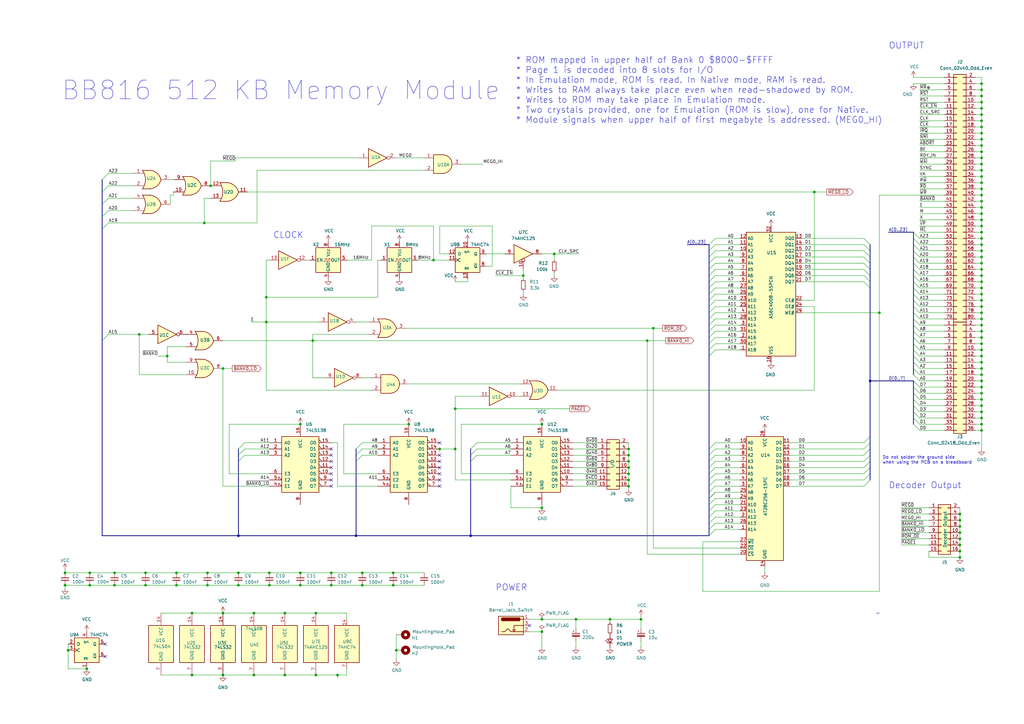
<source format=kicad_sch>
(kicad_sch (version 20250114) (generator "eeschema") (generator_version "9.0")
  (paper "A3")
  (title_block (title "65C816 Breakout Board") (date "2022-08-31") (rev "A.27") (comment 2 "https://github.com/adrienkohlbecker/BB816/tree/main/hardware/breakout") (comment 3 "Licensed under CERN-OHL-W v2") (comment 4 "Copyright © 2022 Adrien Kohlbecker"))
  (text "* ROM mapped in upper half of Bank 0 $8000-$FFFF\n* Page 1 is decoded into 8 slots for I/O\n* In Emulation mode, ROM is read. In Native mode, RAM is read.\n* Writes to RAM always take place even when read-shadowed by ROM.\n* Writes to ROM may take place in Emulation mode.\n* Two crystals provided, one for Emulation (ROM is slow), one for Native.\n* Module signals when upper half of first megabyte is addressed. (MEG0_HI)\n" (at 211.582 50.8 0) (effects (font (size 2.54 2.54)) (justify left bottom)))
  (text "Decoder Output" (at 364.49 200.66 0) (effects (font (size 2.54 2.54)) (justify left bottom)))
  (text "Do not solder the ground side \nwhen using the PCB on a breadboard" (at 361.95 190.5 0) (effects (font (size 1.27 1.27)) (justify left bottom)))
  (text "POWER" (at 203.2 242.57 0) (effects (font (size 2.54 2.54)) (justify left bottom)))
  (text "OUTPUT" (at 364.49 20.32 0) (effects (font (size 2.54 2.54)) (justify left bottom)))
  (text "CLOCK" (at 112.014 98.044 0) (effects (font (size 2.54 2.54)) (justify left bottom)))
  (text "BB816 512 KB Memory Module" (at 25.146 41.656 0) (effects (font (size 7.62 7.62)) (justify left bottom)))
  (junction (at 402.59 87.63))
  (junction (at 402.59 148.59))
  (junction (at 162.56 266.7))
  (junction (at 97.79 234.95))
  (junction (at 59.69 240.03))
  (junction (at 393.7 210.82))
  (junction (at 186.69 184.15))
  (junction (at 83.82 91.44))
  (junction (at 91.44 151.13))
  (junction (at 402.59 115.57))
  (junction (at 193.04 219.71))
  (junction (at 123.19 173.99))
  (junction (at 402.59 85.09))
  (junction (at 104.14 251.46))
  (junction (at 123.19 234.95))
  (junction (at 360.68 128.27))
  (junction (at 257.81 196.85))
  (junction (at 26.67 234.95))
  (junction (at 402.59 62.23))
  (junction (at 177.8 106.68))
  (junction (at 402.59 100.33))
  (junction (at 78.74 276.86))
  (junction (at 402.59 97.79))
  (junction (at 91.44 276.86))
  (junction (at 402.59 151.13))
  (junction (at 393.7 223.52))
  (junction (at 186.69 167.64))
  (junction (at 116.84 276.86))
  (junction (at 109.22 132.08))
  (junction (at 402.59 163.83))
  (junction (at 402.59 146.05))
  (junction (at 402.59 110.49))
  (junction (at 402.59 123.19))
  (junction (at 402.59 140.97))
  (junction (at 402.59 90.17))
  (junction (at 78.74 251.46))
  (junction (at 393.7 228.6))
  (junction (at 36.83 240.03))
  (junction (at 161.29 240.03))
  (junction (at 402.59 130.81))
  (junction (at 402.59 158.75))
  (junction (at 402.59 39.37))
  (junction (at 85.09 240.03))
  (junction (at 356.87 156.21))
  (junction (at 135.89 240.03))
  (junction (at 110.49 240.03))
  (junction (at 393.7 226.06))
  (junction (at 148.59 240.03))
  (junction (at 402.59 59.69))
  (junction (at 222.25 173.99))
  (junction (at 123.19 240.03))
  (junction (at 257.81 199.39))
  (junction (at 402.59 44.45))
  (junction (at 135.89 234.95))
  (junction (at 402.59 105.41))
  (junction (at 129.54 251.46))
  (junction (at 148.59 234.95))
  (junction (at 97.79 219.71))
  (junction (at 402.59 92.71))
  (junction (at 161.29 234.95))
  (junction (at 257.81 186.69))
  (junction (at 402.59 133.35))
  (junction (at 402.59 49.53))
  (junction (at 402.59 118.11))
  (junction (at 402.59 125.73))
  (junction (at 402.59 107.95))
  (junction (at 402.59 135.89))
  (junction (at 402.59 57.15))
  (junction (at 236.22 254))
  (junction (at 86.36 76.2))
  (junction (at 227.33 104.14))
  (junction (at 129.54 276.86))
  (junction (at 402.59 168.91))
  (junction (at 116.84 251.46))
  (junction (at 35.56 274.32))
  (junction (at 26.67 240.03))
  (junction (at 167.64 173.99))
  (junction (at 402.59 102.87))
  (junction (at 262.89 254))
  (junction (at 46.99 234.95))
  (junction (at 250.19 254))
  (junction (at 91.44 251.46))
  (junction (at 265.43 139.7))
  (junction (at 402.59 176.53))
  (junction (at 222.25 254))
  (junction (at 334.01 78.74))
  (junction (at 72.39 240.03))
  (junction (at 110.49 234.95))
  (junction (at 180.34 184.15))
  (junction (at 402.59 82.55))
  (junction (at 222.25 208.28))
  (junction (at 97.79 240.03))
  (junction (at 257.81 184.15))
  (junction (at 402.59 143.51))
  (junction (at 104.14 276.86))
  (junction (at 27.94 266.7))
  (junction (at 402.59 46.99))
  (junction (at 138.43 276.86))
  (junction (at 402.59 153.67))
  (junction (at 402.59 95.25))
  (junction (at 402.59 166.37))
  (junction (at 222.25 259.08))
  (junction (at 402.59 72.39))
  (junction (at 85.09 234.95))
  (junction (at 402.59 54.61))
  (junction (at 402.59 69.85))
  (junction (at 36.83 234.95))
  (junction (at 402.59 52.07))
  (junction (at 402.59 41.91))
  (junction (at 402.59 64.77))
  (junction (at 146.05 219.71))
  (junction (at 402.59 80.01))
  (junction (at 257.81 194.31))
  (junction (at 68.58 146.05))
  (junction (at 402.59 36.83))
  (junction (at 393.7 213.36))
  (junction (at 267.97 134.62))
  (junction (at 128.27 139.7))
  (junction (at 402.59 67.31))
  (junction (at 402.59 77.47))
  (junction (at 214.63 113.03))
  (junction (at 402.59 138.43))
  (junction (at 257.81 189.23))
  (junction (at 402.59 156.21))
  (junction (at 393.7 218.44))
  (junction (at 46.99 240.03))
  (junction (at 402.59 173.99))
  (junction (at 257.81 191.77))
  (junction (at 72.39 234.95))
  (junction (at 109.22 121.92))
  (junction (at 57.15 137.16))
  (junction (at 402.59 113.03))
  (junction (at 402.59 34.29))
  (junction (at 402.59 128.27))
  (junction (at 402.59 161.29))
  (junction (at 393.7 220.98))
  (junction (at 402.59 171.45))
  (junction (at 393.7 215.9))
  (junction (at 402.59 120.65))
  (junction (at 59.69 234.95))
  (junction (at 402.59 74.93))
  (no_connect (at 135.89 191.77))
  (no_connect (at 180.34 196.85))
  (no_connect (at 180.34 199.39))
  (no_connect (at 135.89 189.23))
  (no_connect (at 217.17 256.54))
  (no_connect (at 135.89 194.31))
  (no_connect (at 135.89 199.39))
  (no_connect (at 180.34 181.61))
  (no_connect (at 135.89 184.15))
  (no_connect (at 180.34 189.23))
  (no_connect (at 180.34 191.77))
  (no_connect (at 135.89 186.69))
  (no_connect (at 43.18 264.16))
  (no_connect (at 180.34 186.69))
  (no_connect (at 43.18 269.24))
  (no_connect (at 135.89 196.85))
  (no_connect (at 180.34 194.31))
  (bus_entry (at 374.65 151.13) (size 2.54 2.54))
  (bus_entry (at 97.79 186.69) (size 2.54 -2.54))
  (bus_entry (at 146.05 186.69) (size 2.54 -2.54))
  (bus_entry (at 374.65 110.49) (size 2.54 2.54))
  (bus_entry (at 290.83 100.33) (size 2.54 -2.54))
  (bus_entry (at 290.83 189.23) (size 2.54 -2.54))
  (bus_entry (at 356.87 118.11) (size -2.54 -2.54))
  (bus_entry (at 290.83 120.65) (size 2.54 -2.54))
  (bus_entry (at 290.83 128.27) (size 2.54 -2.54))
  (bus_entry (at 290.83 207.01) (size 2.54 -2.54))
  (bus_entry (at 41.91 78.74) (size 2.54 -2.54))
  (bus_entry (at 44.45 71.12) (size -2.54 2.54))
  (bus_entry (at 374.65 168.91) (size 2.54 2.54))
  (bus_entry (at 356.87 105.41) (size -2.54 -2.54))
  (bus_entry (at 193.04 189.23) (size 2.54 -2.54))
  (bus_entry (at 356.87 189.23) (size -2.54 2.54))
  (bus_entry (at 290.83 191.77) (size 2.54 -2.54))
  (bus_entry (at 374.65 135.89) (size 2.54 2.54))
  (bus_entry (at 374.65 97.79) (size 2.54 2.54))
  (bus_entry (at 290.83 186.69) (size 2.54 -2.54))
  (bus_entry (at 356.87 191.77) (size -2.54 2.54))
  (bus_entry (at 290.83 135.89) (size 2.54 -2.54))
  (bus_entry (at 356.87 186.69) (size -2.54 2.54))
  (bus_entry (at 356.87 196.85) (size -2.54 2.54))
  (bus_entry (at 374.65 166.37) (size 2.54 2.54))
  (bus_entry (at 290.83 140.97) (size 2.54 -2.54))
  (bus_entry (at 374.65 138.43) (size 2.54 2.54))
  (bus_entry (at 374.65 105.41) (size 2.54 2.54))
  (bus_entry (at 374.65 158.75) (size 2.54 2.54))
  (bus_entry (at 374.65 95.25) (size 2.54 2.54))
  (bus_entry (at 374.65 130.81) (size 2.54 2.54))
  (bus_entry (at 290.83 115.57) (size 2.54 -2.54))
  (bus_entry (at 290.83 110.49) (size 2.54 -2.54))
  (bus_entry (at 41.91 93.98) (size 2.54 -2.54))
  (bus_entry (at 356.87 107.95) (size -2.54 -2.54))
  (bus_entry (at 290.83 194.31) (size 2.54 -2.54))
  (bus_entry (at 290.83 133.35) (size 2.54 -2.54))
  (bus_entry (at 374.65 163.83) (size 2.54 2.54))
  (bus_entry (at 290.83 143.51) (size 2.54 -2.54))
  (bus_entry (at 374.65 143.51) (size 2.54 2.54))
  (bus_entry (at 41.91 139.7) (size 2.54 -2.54))
  (bus_entry (at 374.65 123.19) (size 2.54 2.54))
  (bus_entry (at 374.65 153.67) (size 2.54 2.54))
  (bus_entry (at 290.83 146.05) (size 2.54 -2.54))
  (bus_entry (at 356.87 181.61) (size -2.54 2.54))
  (bus_entry (at 374.65 133.35) (size 2.54 2.54))
  (bus_entry (at 290.83 123.19) (size 2.54 -2.54))
  (bus_entry (at 41.91 83.82) (size 2.54 -2.54))
  (bus_entry (at 356.87 194.31) (size -2.54 2.54))
  (bus_entry (at 374.65 148.59) (size 2.54 2.54))
  (bus_entry (at 374.65 161.29) (size 2.54 2.54))
  (bus_entry (at 356.87 102.87) (size -2.54 -2.54))
  (bus_entry (at 290.83 102.87) (size 2.54 -2.54))
  (bus_entry (at 374.65 128.27) (size 2.54 2.54))
  (bus_entry (at 356.87 110.49) (size -2.54 -2.54))
  (bus_entry (at 290.83 217.17) (size 2.54 -2.54))
  (bus_entry (at 290.83 118.11) (size 2.54 -2.54))
  (bus_entry (at 356.87 184.15) (size -2.54 2.54))
  (bus_entry (at 290.83 138.43) (size 2.54 -2.54))
  (bus_entry (at 374.65 100.33) (size 2.54 2.54))
  (bus_entry (at 356.87 115.57) (size -2.54 -2.54))
  (bus_entry (at 290.83 130.81) (size 2.54 -2.54))
  (bus_entry (at 374.65 115.57) (size 2.54 2.54))
  (bus_entry (at 374.65 173.99) (size 2.54 2.54))
  (bus_entry (at 374.65 120.65) (size 2.54 2.54))
  (bus_entry (at 193.04 184.15) (size 2.54 -2.54))
  (bus_entry (at 290.83 107.95) (size 2.54 -2.54))
  (bus_entry (at 290.83 209.55) (size 2.54 -2.54))
  (bus_entry (at 374.65 156.21) (size 2.54 2.54))
  (bus_entry (at 356.87 113.03) (size -2.54 -2.54))
  (bus_entry (at 374.65 107.95) (size 2.54 2.54))
  (bus_entry (at 290.83 204.47) (size 2.54 -2.54))
  (bus_entry (at 146.05 189.23) (size 2.54 -2.54))
  (bus_entry (at 97.79 189.23) (size 2.54 -2.54))
  (bus_entry (at 97.79 184.15) (size 2.54 -2.54))
  (bus_entry (at 290.83 214.63) (size 2.54 -2.54))
  (bus_entry (at 290.83 219.71) (size 2.54 -2.54))
  (bus_entry (at 290.83 113.03) (size 2.54 -2.54))
  (bus_entry (at 290.83 125.73) (size 2.54 -2.54))
  (bus_entry (at 290.83 105.41) (size 2.54 -2.54))
  (bus_entry (at 193.04 186.69) (size 2.54 -2.54))
  (bus_entry (at 146.05 184.15) (size 2.54 -2.54))
  (bus_entry (at 290.83 184.15) (size 2.54 -2.54))
  (bus_entry (at 374.65 102.87) (size 2.54 2.54))
  (bus_entry (at 356.87 100.33) (size -2.54 -2.54))
  (bus_entry (at 374.65 146.05) (size 2.54 2.54))
  (bus_entry (at 290.83 199.39) (size 2.54 -2.54))
  (bus_entry (at 41.91 88.9) (size 2.54 -2.54))
  (bus_entry (at 290.83 204.47) (size 2.54 -2.54))
  (bus_entry (at 290.83 212.09) (size 2.54 -2.54))
  (bus_entry (at 374.65 140.97) (size 2.54 2.54))
  (bus_entry (at 290.83 196.85) (size 2.54 -2.54))
  (bus_entry (at 356.87 179.07) (size -2.54 2.54))
  (bus_entry (at 374.65 118.11) (size 2.54 2.54))
  (bus_entry (at 374.65 113.03) (size 2.54 2.54))
  (bus_entry (at 374.65 125.73) (size 2.54 2.54))
  (bus_entry (at 290.83 201.93) (size 2.54 -2.54))
  (bus_entry (at 374.65 171.45) (size 2.54 2.54))
  (wire (pts (xy 402.59 158.75) (xy 402.59 161.29)))
  (wire (pts (xy 393.7 213.36) (xy 393.7 215.9)))
  (wire (pts (xy 402.59 123.19) (xy 400.05 123.19)))
  (wire (pts (xy 100.33 181.61) (xy 110.49 181.61)))
  (wire (pts (xy 402.59 62.23) (xy 400.05 62.23)))
  (wire (pts (xy 293.37 196.85) (xy 303.53 196.85)))
  (wire (pts (xy 402.59 100.33) (xy 400.05 100.33)))
  (wire (pts (xy 293.37 194.31) (xy 303.53 194.31)))
  (wire (pts (xy 402.59 102.87) (xy 402.59 105.41)))
  (bus (pts (xy 290.83 201.93) (xy 290.83 204.47)))
  (wire (pts (xy 66.04 276.86) (xy 78.74 276.86)))
  (wire (pts (xy 257.81 196.85) (xy 257.81 199.39)))
  (wire (pts (xy 57.15 137.16) (xy 57.15 153.67)))
  (wire (pts (xy 129.54 251.46) (xy 142.24 251.46)))
  (wire (pts (xy 402.59 156.21) (xy 402.59 158.75)))
  (wire (pts (xy 369.57 210.82) (xy 381 210.82)))
  (wire (pts (xy 236.22 257.81) (xy 236.22 254)))
  (bus (pts (xy 374.65 107.95) (xy 374.65 105.41)))
  (wire (pts (xy 26.67 240.03) (xy 36.83 240.03)))
  (wire (pts (xy 173.99 69.85) (xy 105.41 69.85)))
  (wire (pts (xy 377.19 135.89) (xy 387.35 135.89)))
  (wire (pts (xy 293.37 201.93) (xy 303.53 201.93)))
  (wire (pts (xy 402.59 52.07) (xy 402.59 54.61)))
  (wire (pts (xy 44.45 81.28) (xy 54.61 81.28)))
  (bus (pts (xy 356.87 100.33) (xy 356.87 102.87)))
  (bus (pts (xy 290.83 100.33) (xy 290.83 102.87)))
  (bus (pts (xy 374.65 153.67) (xy 374.65 151.13)))
  (wire (pts (xy 142.24 251.46) (xy 142.24 254)))
  (wire (pts (xy 109.22 132.08) (xy 130.81 132.08)))
  (wire (pts (xy 201.93 109.22) (xy 201.93 92.71)))
  (wire (pts (xy 59.69 234.95) (xy 72.39 234.95)))
  (wire (pts (xy 393.7 210.82) (xy 393.7 213.36)))
  (bus (pts (xy 356.87 184.15) (xy 356.87 181.61)))
  (wire (pts (xy 245.11 196.85) (xy 234.95 196.85)))
  (wire (pts (xy 110.49 194.31) (xy 93.98 194.31)))
  (wire (pts (xy 377.19 46.99) (xy 387.35 46.99)))
  (wire (pts (xy 69.85 80.01) (xy 69.85 83.82)))
  (bus (pts (xy 97.79 186.69) (xy 97.79 189.23)))
  (wire (pts (xy 402.59 173.99) (xy 402.59 176.53)))
  (wire (pts (xy 46.99 240.03) (xy 59.69 240.03)))
  (wire (pts (xy 293.37 123.19) (xy 303.53 123.19)))
  (wire (pts (xy 377.19 82.55) (xy 387.35 82.55)))
  (wire (pts (xy 91.44 151.13) (xy 91.44 199.39)))
  (wire (pts (xy 328.93 128.27) (xy 360.68 128.27)))
  (wire (pts (xy 369.57 208.28) (xy 381 208.28)))
  (wire (pts (xy 257.81 181.61) (xy 257.81 184.15)))
  (bus (pts (xy 290.83 123.19) (xy 290.83 125.73)))
  (wire (pts (xy 227.33 104.14) (xy 227.33 106.68)))
  (wire (pts (xy 360.68 80.01) (xy 360.68 128.27)))
  (wire (pts (xy 402.59 34.29) (xy 402.59 36.83)))
  (wire (pts (xy 369.57 218.44) (xy 381 218.44)))
  (wire (pts (xy 402.59 138.43) (xy 400.05 138.43)))
  (wire (pts (xy 66.04 251.46) (xy 78.74 251.46)))
  (wire (pts (xy 109.22 132.08) (xy 109.22 160.02)))
  (wire (pts (xy 109.22 160.02) (xy 152.4 160.02)))
  (wire (pts (xy 189.23 173.99) (xy 222.25 173.99)))
  (wire (pts (xy 186.69 167.64) (xy 233.68 167.64)))
  (wire (pts (xy 328.93 102.87) (xy 354.33 102.87)))
  (wire (pts (xy 265.43 227.33) (xy 303.53 227.33)))
  (wire (pts (xy 377.19 52.07) (xy 387.35 52.07)))
  (wire (pts (xy 402.59 100.33) (xy 402.59 102.87)))
  (wire (pts (xy 148.59 154.94) (xy 152.4 154.94)))
  (wire (pts (xy 377.19 168.91) (xy 387.35 168.91)))
  (bus (pts (xy 374.65 151.13) (xy 374.65 148.59)))
  (wire (pts (xy 402.59 128.27) (xy 400.05 128.27)))
  (wire (pts (xy 105.41 69.85) (xy 105.41 91.44)))
  (wire (pts (xy 93.98 194.31) (xy 93.98 173.99)))
  (polyline (pts (xy 359.41 251.46) (xy 360.68 251.46)))
  (bus (pts (xy 290.83 115.57) (xy 290.83 118.11)))
  (wire (pts (xy 377.19 110.49) (xy 387.35 110.49)))
  (bus (pts (xy 290.83 107.95) (xy 290.83 110.49)))
  (wire (pts (xy 402.59 118.11) (xy 402.59 120.65)))
  (wire (pts (xy 402.59 87.63) (xy 400.05 87.63)))
  (wire (pts (xy 109.22 106.68) (xy 109.22 121.92)))
  (wire (pts (xy 402.59 168.91) (xy 400.05 168.91)))
  (wire (pts (xy 180.34 104.14) (xy 184.15 104.14)))
  (wire (pts (xy 102.87 132.08) (xy 109.22 132.08)))
  (wire (pts (xy 257.81 199.39) (xy 257.81 200.66)))
  (wire (pts (xy 222.25 208.28) (xy 222.25 207.01)))
  (wire (pts (xy 402.59 54.61) (xy 402.59 57.15)))
  (wire (pts (xy 402.59 97.79) (xy 402.59 100.33)))
  (wire (pts (xy 402.59 69.85) (xy 402.59 72.39)))
  (wire (pts (xy 377.19 72.39) (xy 387.35 72.39)))
  (wire (pts (xy 377.19 67.31) (xy 387.35 67.31)))
  (bus (pts (xy 374.65 148.59) (xy 374.65 146.05)))
  (wire (pts (xy 328.93 100.33) (xy 354.33 100.33)))
  (wire (pts (xy 154.94 194.31) (xy 140.97 194.31)))
  (wire (pts (xy 402.59 113.03) (xy 402.59 115.57)))
  (bus (pts (xy 193.04 219.71) (xy 290.83 219.71)))
  (wire (pts (xy 128.27 137.16) (xy 128.27 139.7)))
  (wire (pts (xy 148.59 181.61) (xy 154.94 181.61)))
  (bus (pts (xy 356.87 156.21) (xy 374.65 156.21)))
  (wire (pts (xy 191.77 115.57) (xy 191.77 114.3)))
  (wire (pts (xy 195.58 186.69) (xy 209.55 186.69)))
  (wire (pts (xy 377.19 69.85) (xy 387.35 69.85)))
  (bus (pts (xy 290.83 212.09) (xy 290.83 214.63)))
  (wire (pts (xy 402.59 140.97) (xy 402.59 143.51)))
  (wire (pts (xy 402.59 59.69) (xy 400.05 59.69)))
  (bus (pts (xy 290.83 140.97) (xy 290.83 143.51)))
  (wire (pts (xy 377.19 54.61) (xy 387.35 54.61)))
  (wire (pts (xy 109.22 121.92) (xy 109.22 132.08)))
  (wire (pts (xy 245.11 189.23) (xy 234.95 189.23)))
  (wire (pts (xy 402.59 110.49) (xy 402.59 113.03)))
  (wire (pts (xy 293.37 181.61) (xy 303.53 181.61)))
  (wire (pts (xy 64.77 146.05) (xy 68.58 146.05)))
  (bus (pts (xy 41.91 73.66) (xy 41.91 78.74)))
  (wire (pts (xy 152.4 106.68) (xy 152.4 92.71)))
  (wire (pts (xy 72.39 240.03) (xy 85.09 240.03)))
  (bus (pts (xy 290.83 105.41) (xy 290.83 107.95)))
  (wire (pts (xy 59.69 240.03) (xy 72.39 240.03)))
  (wire (pts (xy 71.12 78.74) (xy 71.12 80.01)))
  (wire (pts (xy 293.37 130.81) (xy 303.53 130.81)))
  (bus (pts (xy 281.94 100.33) (xy 290.83 100.33)))
  (wire (pts (xy 402.59 44.45) (xy 402.59 46.99)))
  (wire (pts (xy 138.43 276.86) (xy 142.24 276.86)))
  (bus (pts (xy 374.65 130.81) (xy 374.65 128.27)))
  (wire (pts (xy 402.59 168.91) (xy 402.59 171.45)))
  (wire (pts (xy 402.59 85.09) (xy 400.05 85.09)))
  (wire (pts (xy 374.65 31.75) (xy 387.35 31.75)))
  (bus (pts (xy 290.83 133.35) (xy 290.83 135.89)))
  (wire (pts (xy 138.43 278.13) (xy 138.43 276.86)))
  (bus (pts (xy 290.83 118.11) (xy 290.83 120.65)))
  (bus (pts (xy 41.91 83.82) (xy 41.91 88.9)))
  (wire (pts (xy 402.59 163.83) (xy 402.59 166.37)))
  (wire (pts (xy 214.63 113.03) (xy 214.63 114.3)))
  (wire (pts (xy 97.79 234.95) (xy 110.49 234.95)))
  (wire (pts (xy 68.58 142.24) (xy 68.58 146.05)))
  (bus (pts (xy 374.65 138.43) (xy 374.65 135.89)))
  (wire (pts (xy 234.95 199.39) (xy 245.11 199.39)))
  (wire (pts (xy 76.2 148.59) (xy 68.58 148.59)))
  (wire (pts (xy 154.94 106.68) (xy 156.21 106.68)))
  (wire (pts (xy 402.59 67.31) (xy 402.59 69.85)))
  (wire (pts (xy 323.85 194.31) (xy 354.33 194.31)))
  (wire (pts (xy 377.19 85.09) (xy 387.35 85.09)))
  (wire (pts (xy 180.34 185.42) (xy 180.34 184.15)))
  (wire (pts (xy 288.29 222.25) (xy 288.29 242.57)))
  (bus (pts (xy 41.91 93.98) (xy 41.91 139.7)))
  (wire (pts (xy 91.44 199.39) (xy 110.49 199.39)))
  (bus (pts (xy 356.87 115.57) (xy 356.87 113.03)))
  (bus (pts (xy 374.65 146.05) (xy 374.65 143.51)))
  (bus (pts (xy 374.65 135.89) (xy 374.65 133.35)))
  (wire (pts (xy 402.59 87.63) (xy 402.59 90.17)))
  (wire (pts (xy 250.19 254) (xy 262.89 254)))
  (wire (pts (xy 293.37 105.41) (xy 303.53 105.41)))
  (wire (pts (xy 377.19 49.53) (xy 387.35 49.53)))
  (wire (pts (xy 44.45 76.2) (xy 54.61 76.2)))
  (wire (pts (xy 57.15 153.67) (xy 76.2 153.67)))
  (wire (pts (xy 377.19 113.03) (xy 387.35 113.03)))
  (wire (pts (xy 393.7 218.44) (xy 393.7 220.98)))
  (wire (pts (xy 402.59 46.99) (xy 400.05 46.99)))
  (wire (pts (xy 377.19 148.59) (xy 387.35 148.59)))
  (wire (pts (xy 402.59 176.53) (xy 400.05 176.53)))
  (wire (pts (xy 257.81 186.69) (xy 257.81 189.23)))
  (wire (pts (xy 334.01 125.73) (xy 334.01 160.02)))
  (wire (pts (xy 195.58 184.15) (xy 209.55 184.15)))
  (wire (pts (xy 377.19 128.27) (xy 387.35 128.27)))
  (wire (pts (xy 46.99 234.95) (xy 59.69 234.95)))
  (wire (pts (xy 323.85 184.15) (xy 354.33 184.15)))
  (wire (pts (xy 154.94 121.92) (xy 154.94 106.68)))
  (wire (pts (xy 377.19 36.83) (xy 387.35 36.83)))
  (wire (pts (xy 377.19 102.87) (xy 387.35 102.87)))
  (wire (pts (xy 377.19 163.83) (xy 387.35 163.83)))
  (bus (pts (xy 374.65 118.11) (xy 374.65 115.57)))
  (wire (pts (xy 393.7 226.06) (xy 393.7 228.6)))
  (wire (pts (xy 377.19 41.91) (xy 387.35 41.91)))
  (bus (pts (xy 193.04 186.69) (xy 193.04 189.23)))
  (wire (pts (xy 293.37 204.47) (xy 303.53 204.47)))
  (wire (pts (xy 369.57 215.9) (xy 381 215.9)))
  (wire (pts (xy 402.59 46.99) (xy 402.59 49.53)))
  (wire (pts (xy 402.59 57.15) (xy 400.05 57.15)))
  (wire (pts (xy 44.45 71.12) (xy 54.61 71.12)))
  (wire (pts (xy 377.19 115.57) (xy 387.35 115.57)))
  (bus (pts (xy 290.83 138.43) (xy 290.83 140.97)))
  (bus (pts (xy 146.05 219.71) (xy 193.04 219.71)))
  (wire (pts (xy 377.19 156.21) (xy 387.35 156.21)))
  (wire (pts (xy 402.59 146.05) (xy 402.59 148.59)))
  (wire (pts (xy 110.49 240.03) (xy 123.19 240.03)))
  (wire (pts (xy 377.19 87.63) (xy 387.35 87.63)))
  (wire (pts (xy 402.59 41.91) (xy 400.05 41.91)))
  (wire (pts (xy 377.19 90.17) (xy 387.35 90.17)))
  (wire (pts (xy 177.8 92.71) (xy 177.8 106.68)))
  (wire (pts (xy 71.12 80.01) (xy 69.85 80.01)))
  (wire (pts (xy 402.59 34.29) (xy 400.05 34.29)))
  (wire (pts (xy 402.59 102.87) (xy 400.05 102.87)))
  (wire (pts (xy 377.19 62.23) (xy 387.35 62.23)))
  (wire (pts (xy 402.59 161.29) (xy 402.59 163.83)))
  (wire (pts (xy 377.19 59.69) (xy 387.35 59.69)))
  (wire (pts (xy 402.59 85.09) (xy 402.59 87.63)))
  (wire (pts (xy 271.78 134.62) (xy 267.97 134.62)))
  (wire (pts (xy 377.19 92.71) (xy 387.35 92.71)))
  (wire (pts (xy 293.37 209.55) (xy 303.53 209.55)))
  (wire (pts (xy 222.25 259.08) (xy 222.25 265.43)))
  (wire (pts (xy 360.68 242.57) (xy 360.68 128.27)))
  (wire (pts (xy 402.59 115.57) (xy 400.05 115.57)))
  (wire (pts (xy 195.58 181.61) (xy 209.55 181.61)))
  (wire (pts (xy 44.45 137.16) (xy 57.15 137.16)))
  (wire (pts (xy 100.33 184.15) (xy 110.49 184.15)))
  (wire (pts (xy 323.85 186.69) (xy 354.33 186.69)))
  (wire (pts (xy 402.59 110.49) (xy 400.05 110.49)))
  (wire (pts (xy 402.59 107.95) (xy 402.59 110.49)))
  (wire (pts (xy 328.93 107.95) (xy 354.33 107.95)))
  (wire (pts (xy 402.59 151.13) (xy 400.05 151.13)))
  (wire (pts (xy 402.59 130.81) (xy 400.05 130.81)))
  (wire (pts (xy 402.59 176.53) (xy 402.59 184.15)))
  (wire (pts (xy 85.09 240.03) (xy 97.79 240.03)))
  (bus (pts (xy 374.65 171.45) (xy 374.65 173.99)))
  (wire (pts (xy 402.59 64.77) (xy 402.59 67.31)))
  (wire (pts (xy 293.37 113.03) (xy 303.53 113.03)))
  (wire (pts (xy 93.98 173.99) (xy 123.19 173.99)))
  (wire (pts (xy 125.73 106.68) (xy 127 106.68)))
  (wire (pts (xy 148.59 184.15) (xy 154.94 184.15)))
  (wire (pts (xy 267.97 134.62) (xy 267.97 224.79)))
  (wire (pts (xy 377.19 74.93) (xy 387.35 74.93)))
  (wire (pts (xy 339.09 78.74) (xy 334.01 78.74)))
  (wire (pts (xy 402.59 82.55) (xy 402.59 85.09)))
  (wire (pts (xy 152.4 92.71) (xy 177.8 92.71)))
  (wire (pts (xy 293.37 189.23) (xy 303.53 189.23)))
  (wire (pts (xy 402.59 107.95) (xy 400.05 107.95)))
  (bus (pts (xy 356.87 184.15) (xy 356.87 186.69)))
  (wire (pts (xy 186.69 196.85) (xy 209.55 196.85)))
  (wire (pts (xy 293.37 214.63) (xy 303.53 214.63)))
  (wire (pts (xy 402.59 80.01) (xy 402.59 82.55)))
  (bus (pts (xy 374.65 158.75) (xy 374.65 161.29)))
  (wire (pts (xy 323.85 181.61) (xy 354.33 181.61)))
  (bus (pts (xy 290.83 194.31) (xy 290.83 191.77)))
  (wire (pts (xy 293.37 217.17) (xy 303.53 217.17)))
  (wire (pts (xy 377.19 125.73) (xy 387.35 125.73)))
  (wire (pts (xy 402.59 166.37) (xy 402.59 168.91)))
  (wire (pts (xy 245.11 181.61) (xy 234.95 181.61)))
  (bus (pts (xy 374.65 110.49) (xy 374.65 107.95)))
  (wire (pts (xy 377.19 161.29) (xy 387.35 161.29)))
  (bus (pts (xy 41.91 88.9) (xy 41.91 93.98)))
  (wire (pts (xy 72.39 234.95) (xy 85.09 234.95)))
  (wire (pts (xy 148.59 240.03) (xy 161.29 240.03)))
  (wire (pts (xy 214.63 119.38) (xy 214.63 120.65)))
  (wire (pts (xy 293.37 191.77) (xy 303.53 191.77)))
  (wire (pts (xy 27.94 274.32) (xy 35.56 274.32)))
  (wire (pts (xy 177.8 106.68) (xy 184.15 106.68)))
  (wire (pts (xy 293.37 115.57) (xy 303.53 115.57)))
  (wire (pts (xy 402.59 69.85) (xy 400.05 69.85)))
  (wire (pts (xy 402.59 135.89) (xy 400.05 135.89)))
  (wire (pts (xy 402.59 105.41) (xy 400.05 105.41)))
  (wire (pts (xy 71.12 73.66) (xy 69.85 73.66)))
  (wire (pts (xy 257.81 194.31) (xy 257.81 196.85)))
  (bus (pts (xy 374.65 166.37) (xy 374.65 168.91)))
  (wire (pts (xy 377.19 97.79) (xy 387.35 97.79)))
  (bus (pts (xy 356.87 107.95) (xy 356.87 110.49)))
  (wire (pts (xy 402.59 80.01) (xy 400.05 80.01)))
  (wire (pts (xy 402.59 39.37) (xy 400.05 39.37)))
  (wire (pts (xy 377.19 130.81) (xy 387.35 130.81)))
  (wire (pts (xy 68.58 146.05) (xy 68.58 148.59)))
  (wire (pts (xy 323.85 199.39) (xy 354.33 199.39)))
  (wire (pts (xy 140.97 194.31) (xy 140.97 173.99)))
  (wire (pts (xy 360.68 80.01) (xy 387.35 80.01)))
  (wire (pts (xy 186.69 162.56) (xy 196.85 162.56)))
  (bus (pts (xy 290.83 128.27) (xy 290.83 130.81)))
  (wire (pts (xy 402.59 90.17) (xy 402.59 92.71)))
  (wire (pts (xy 273.05 139.7) (xy 265.43 139.7)))
  (bus (pts (xy 290.83 207.01) (xy 290.83 204.47)))
  (wire (pts (xy 214.63 110.49) (xy 214.63 113.03)))
  (bus (pts (xy 374.65 128.27) (xy 374.65 125.73)))
  (wire (pts (xy 91.44 276.86) (xy 104.14 276.86)))
  (wire (pts (xy 293.37 100.33) (xy 303.53 100.33)))
  (wire (pts (xy 257.81 191.77) (xy 257.81 194.31)))
  (wire (pts (xy 334.01 123.19) (xy 328.93 123.19)))
  (wire (pts (xy 402.59 105.41) (xy 402.59 107.95)))
  (wire (pts (xy 142.24 274.32) (xy 142.24 276.86)))
  (wire (pts (xy 133.35 154.94) (xy 128.27 154.94)))
  (wire (pts (xy 402.59 72.39) (xy 402.59 74.93)))
  (wire (pts (xy 129.54 276.86) (xy 138.43 276.86)))
  (wire (pts (xy 402.59 118.11) (xy 400.05 118.11)))
  (wire (pts (xy 265.43 139.7) (xy 265.43 227.33)))
  (wire (pts (xy 402.59 39.37) (xy 402.59 41.91)))
  (wire (pts (xy 109.22 121.92) (xy 154.94 121.92)))
  (bus (pts (xy 356.87 107.95) (xy 356.87 105.41)))
  (wire (pts (xy 293.37 199.39) (xy 303.53 199.39)))
  (bus (pts (xy 97.79 189.23) (xy 97.79 219.71)))
  (bus (pts (xy 374.65 168.91) (xy 374.65 171.45)))
  (wire (pts (xy 402.59 125.73) (xy 402.59 128.27)))
  (wire (pts (xy 171.45 106.68) (xy 177.8 106.68)))
  (wire (pts (xy 377.19 146.05) (xy 387.35 146.05)))
  (wire (pts (xy 402.59 153.67) (xy 400.05 153.67)))
  (wire (pts (xy 186.69 115.57) (xy 191.77 115.57)))
  (wire (pts (xy 161.29 240.03) (xy 173.99 240.03)))
  (wire (pts (xy 293.37 138.43) (xy 303.53 138.43)))
  (bus (pts (xy 356.87 110.49) (xy 356.87 113.03)))
  (wire (pts (xy 377.19 77.47) (xy 387.35 77.47)))
  (wire (pts (xy 83.82 91.44) (xy 105.41 91.44)))
  (wire (pts (xy 227.33 104.14) (xy 237.49 104.14)))
  (wire (pts (xy 293.37 102.87) (xy 303.53 102.87)))
  (wire (pts (xy 377.19 100.33) (xy 387.35 100.33)))
  (wire (pts (xy 402.59 158.75) (xy 400.05 158.75)))
  (wire (pts (xy 199.39 109.22) (xy 201.93 109.22)))
  (bus (pts (xy 374.65 125.73) (xy 374.65 123.19)))
  (wire (pts (xy 323.85 191.77) (xy 354.33 191.77)))
  (bus (pts (xy 97.79 219.71) (xy 146.05 219.71)))
  (wire (pts (xy 402.59 125.73) (xy 400.05 125.73)))
  (wire (pts (xy 402.59 120.65) (xy 400.05 120.65)))
  (wire (pts (xy 377.19 44.45) (xy 387.35 44.45)))
  (wire (pts (xy 209.55 194.31) (xy 189.23 194.31)))
  (wire (pts (xy 91.44 151.13) (xy 95.25 151.13)))
  (wire (pts (xy 186.69 162.56) (xy 186.69 167.64)))
  (wire (pts (xy 201.93 92.71) (xy 180.34 92.71)))
  (wire (pts (xy 245.11 184.15) (xy 234.95 184.15)))
  (wire (pts (xy 374.65 34.29) (xy 387.35 34.29)))
  (wire (pts (xy 26.67 234.95) (xy 36.83 234.95)))
  (bus (pts (xy 290.83 143.51) (xy 290.83 146.05)))
  (wire (pts (xy 104.14 276.86) (xy 116.84 276.86)))
  (wire (pts (xy 377.19 166.37) (xy 387.35 166.37)))
  (wire (pts (xy 377.19 153.67) (xy 387.35 153.67)))
  (wire (pts (xy 146.05 132.08) (xy 151.13 132.08)))
  (wire (pts (xy 293.37 110.49) (xy 303.53 110.49)))
  (wire (pts (xy 135.89 181.61) (xy 138.43 181.61)))
  (wire (pts (xy 402.59 123.19) (xy 402.59 125.73)))
  (wire (pts (xy 402.59 135.89) (xy 402.59 138.43)))
  (wire (pts (xy 199.39 104.14) (xy 207.01 104.14)))
  (wire (pts (xy 402.59 166.37) (xy 400.05 166.37)))
  (wire (pts (xy 402.59 146.05) (xy 400.05 146.05)))
  (bus (pts (xy 356.87 105.41) (xy 356.87 102.87)))
  (wire (pts (xy 186.69 184.15) (xy 186.69 196.85)))
  (wire (pts (xy 27.94 266.7) (xy 27.94 274.32)))
  (wire (pts (xy 402.59 133.35) (xy 402.59 135.89)))
  (wire (pts (xy 402.59 31.75) (xy 400.05 31.75)))
  (bus (pts (xy 374.65 156.21) (xy 374.65 158.75)))
  (wire (pts (xy 402.59 59.69) (xy 402.59 62.23)))
  (wire (pts (xy 303.53 224.79) (xy 267.97 224.79)))
  (wire (pts (xy 36.83 234.95) (xy 46.99 234.95)))
  (bus (pts (xy 290.83 125.73) (xy 290.83 128.27)))
  (wire (pts (xy 147.32 64.77) (xy 96.52 64.77)))
  (wire (pts (xy 381 226.06) (xy 381 228.6)))
  (wire (pts (xy 402.59 120.65) (xy 402.59 123.19)))
  (wire (pts (xy 377.19 176.53) (xy 387.35 176.53)))
  (wire (pts (xy 242.57 186.69) (xy 234.95 186.69)))
  (wire (pts (xy 148.59 234.95) (xy 161.29 234.95)))
  (bus (pts (xy 374.65 120.65) (xy 374.65 118.11)))
  (wire (pts (xy 83.82 81.28) (xy 86.36 81.28)))
  (wire (pts (xy 402.59 49.53) (xy 402.59 52.07)))
  (wire (pts (xy 86.36 66.04) (xy 96.52 66.04)))
  (bus (pts (xy 146.05 186.69) (xy 146.05 189.23)))
  (wire (pts (xy 402.59 140.97) (xy 400.05 140.97)))
  (wire (pts (xy 323.85 196.85) (xy 354.33 196.85)))
  (wire (pts (xy 91.44 139.7) (xy 128.27 139.7)))
  (bus (pts (xy 290.83 201.93) (xy 290.83 199.39)))
  (bus (pts (xy 146.05 189.23) (xy 146.05 219.71)))
  (wire (pts (xy 402.59 54.61) (xy 400.05 54.61)))
  (bus (pts (xy 356.87 179.07) (xy 356.87 156.21)))
  (wire (pts (xy 189.23 194.31) (xy 189.23 173.99)))
  (bus (pts (xy 374.65 115.57) (xy 374.65 113.03)))
  (wire (pts (xy 377.19 133.35) (xy 387.35 133.35)))
  (wire (pts (xy 377.19 143.51) (xy 387.35 143.51)))
  (wire (pts (xy 377.19 140.97) (xy 387.35 140.97)))
  (wire (pts (xy 293.37 97.79) (xy 303.53 97.79)))
  (wire (pts (xy 402.59 72.39) (xy 400.05 72.39)))
  (wire (pts (xy 91.44 251.46) (xy 104.14 251.46)))
  (wire (pts (xy 209.55 208.28) (xy 222.25 208.28)))
  (wire (pts (xy 148.59 186.69) (xy 154.94 186.69)))
  (wire (pts (xy 180.34 184.15) (xy 186.69 184.15)))
  (wire (pts (xy 26.67 240.03) (xy 26.67 241.3)))
  (bus (pts (xy 356.87 156.21) (xy 356.87 118.11)))
  (bus (pts (xy 41.91 139.7) (xy 41.91 219.71)))
  (wire (pts (xy 323.85 189.23) (xy 354.33 189.23)))
  (wire (pts (xy 402.59 67.31) (xy 400.05 67.31)))
  (wire (pts (xy 402.59 153.67) (xy 402.59 156.21)))
  (wire (pts (xy 377.19 123.19) (xy 387.35 123.19)))
  (wire (pts (xy 293.37 140.97) (xy 303.53 140.97)))
  (bus (pts (xy 193.04 189.23) (xy 193.04 219.71)))
  (wire (pts (xy 402.59 97.79) (xy 400.05 97.79)))
  (bus (pts (xy 356.87 118.11) (xy 356.87 115.57)))
  (bus (pts (xy 356.87 191.77) (xy 356.87 194.31)))
  (wire (pts (xy 236.22 254) (xy 250.19 254)))
  (bus (pts (xy 374.65 97.79) (xy 374.65 95.25)))
  (wire (pts (xy 402.59 148.59) (xy 402.59 151.13)))
  (wire (pts (xy 369.57 223.52) (xy 381 223.52)))
  (bus (pts (xy 374.65 140.97) (xy 374.65 138.43)))
  (wire (pts (xy 369.57 220.98) (xy 381 220.98)))
  (wire (pts (xy 222.25 104.14) (xy 227.33 104.14)))
  (bus (pts (xy 374.65 163.83) (xy 374.65 166.37)))
  (wire (pts (xy 402.59 138.43) (xy 402.59 140.97)))
  (wire (pts (xy 293.37 207.01) (xy 303.53 207.01)))
  (wire (pts (xy 334.01 160.02) (xy 228.6 160.02)))
  (wire (pts (xy 213.36 162.56) (xy 212.09 162.56)))
  (wire (pts (xy 123.19 234.95) (xy 135.89 234.95)))
  (bus (pts (xy 290.83 102.87) (xy 290.83 105.41)))
  (wire (pts (xy 257.81 189.23) (xy 257.81 191.77)))
  (wire (pts (xy 402.59 156.21) (xy 400.05 156.21)))
  (bus (pts (xy 290.83 207.01) (xy 290.83 209.55)))
  (wire (pts (xy 123.19 240.03) (xy 135.89 240.03)))
  (wire (pts (xy 262.89 265.43) (xy 262.89 262.89)))
  (bus (pts (xy 356.87 196.85) (xy 356.87 194.31)))
  (wire (pts (xy 402.59 95.25) (xy 402.59 97.79)))
  (wire (pts (xy 377.19 151.13) (xy 387.35 151.13)))
  (bus (pts (xy 290.83 217.17) (xy 290.83 219.71)))
  (wire (pts (xy 293.37 118.11) (xy 303.53 118.11)))
  (wire (pts (xy 334.01 78.74) (xy 334.01 123.19)))
  (wire (pts (xy 236.22 265.43) (xy 236.22 262.89)))
  (bus (pts (xy 290.83 186.69) (xy 290.83 189.23)))
  (wire (pts (xy 57.15 137.16) (xy 60.96 137.16)))
  (wire (pts (xy 377.19 95.25) (xy 387.35 95.25)))
  (wire (pts (xy 328.93 115.57) (xy 354.33 115.57)))
  (wire (pts (xy 109.22 106.68) (xy 110.49 106.68)))
  (wire (pts (xy 293.37 133.35) (xy 303.53 133.35)))
  (wire (pts (xy 402.59 161.29) (xy 400.05 161.29)))
  (wire (pts (xy 162.56 64.77) (xy 173.99 64.77)))
  (wire (pts (xy 377.19 39.37) (xy 387.35 39.37)))
  (wire (pts (xy 138.43 181.61) (xy 138.43 199.39)))
  (wire (pts (xy 402.59 77.47) (xy 400.05 77.47)))
  (bus (pts (xy 290.83 199.39) (xy 290.83 196.85)))
  (wire (pts (xy 328.93 113.03) (xy 354.33 113.03)))
  (wire (pts (xy 402.59 171.45) (xy 402.59 173.99)))
  (wire (pts (xy 402.59 92.71) (xy 402.59 95.25)))
  (wire (pts (xy 209.55 199.39) (xy 209.55 208.28)))
  (wire (pts (xy 140.97 173.99) (xy 167.64 173.99)))
  (wire (pts (xy 86.36 76.2) (xy 86.36 66.04)))
  (wire (pts (xy 402.59 128.27) (xy 402.59 130.81)))
  (wire (pts (xy 128.27 139.7) (xy 128.27 154.94)))
  (wire (pts (xy 68.58 142.24) (xy 76.2 142.24)))
  (wire (pts (xy 293.37 186.69) (xy 303.53 186.69)))
  (wire (pts (xy 402.59 36.83) (xy 400.05 36.83)))
  (wire (pts (xy 402.59 74.93) (xy 402.59 77.47)))
  (wire (pts (xy 100.33 186.69) (xy 110.49 186.69)))
  (bus (pts (xy 356.87 189.23) (xy 356.87 186.69)))
  (wire (pts (xy 402.59 74.93) (xy 400.05 74.93)))
  (wire (pts (xy 402.59 148.59) (xy 400.05 148.59)))
  (wire (pts (xy 198.12 67.31) (xy 189.23 67.31)))
  (bus (pts (xy 290.83 191.77) (xy 290.83 189.23)))
  (wire (pts (xy 402.59 90.17) (xy 400.05 90.17)))
  (wire (pts (xy 203.2 113.03) (xy 214.63 113.03)))
  (wire (pts (xy 85.09 234.95) (xy 97.79 234.95)))
  (wire (pts (xy 293.37 184.15) (xy 303.53 184.15)))
  (wire (pts (xy 166.37 134.62) (xy 267.97 134.62)))
  (wire (pts (xy 44.45 91.44) (xy 83.82 91.44)))
  (bus (pts (xy 374.65 100.33) (xy 374.65 97.79)))
  (bus (pts (xy 290.83 110.49) (xy 290.83 113.03)))
  (wire (pts (xy 293.37 107.95) (xy 303.53 107.95)))
  (wire (pts (xy 142.24 106.68) (xy 152.4 106.68)))
  (wire (pts (xy 161.29 234.95) (xy 173.99 234.95)))
  (wire (pts (xy 393.7 223.52) (xy 393.7 226.06)))
  (wire (pts (xy 377.19 158.75) (xy 387.35 158.75)))
  (wire (pts (xy 402.59 113.03) (xy 400.05 113.03)))
  (wire (pts (xy 402.59 143.51) (xy 400.05 143.51)))
  (wire (pts (xy 135.89 234.95) (xy 148.59 234.95)))
  (bus (pts (xy 356.87 189.23) (xy 356.87 191.77)))
  (wire (pts (xy 135.89 240.03) (xy 148.59 240.03)))
  (wire (pts (xy 328.93 110.49) (xy 354.33 110.49)))
  (wire (pts (xy 180.34 92.71) (xy 180.34 104.14)))
  (wire (pts (xy 313.69 234.95) (xy 313.69 232.41)))
  (wire (pts (xy 402.59 133.35) (xy 400.05 133.35)))
  (wire (pts (xy 377.19 105.41) (xy 387.35 105.41)))
  (wire (pts (xy 328.93 105.41) (xy 354.33 105.41)))
  (wire (pts (xy 402.59 171.45) (xy 400.05 171.45)))
  (bus (pts (xy 290.83 184.15) (xy 290.83 146.05)))
  (wire (pts (xy 402.59 130.81) (xy 402.59 133.35)))
  (wire (pts (xy 78.74 251.46) (xy 91.44 251.46)))
  (bus (pts (xy 374.65 123.19) (xy 374.65 120.65)))
  (wire (pts (xy 36.83 240.03) (xy 46.99 240.03)))
  (wire (pts (xy 393.7 215.9) (xy 393.7 218.44)))
  (wire (pts (xy 402.59 92.71) (xy 400.05 92.71)))
  (wire (pts (xy 83.82 81.28) (xy 83.82 91.44)))
  (wire (pts (xy 402.59 36.83) (xy 402.59 39.37)))
  (wire (pts (xy 293.37 128.27) (xy 303.53 128.27)))
  (bus (pts (xy 290.83 214.63) (xy 290.83 217.17)))
  (wire (pts (xy 402.59 82.55) (xy 400.05 82.55)))
  (bus (pts (xy 290.83 120.65) (xy 290.83 123.19)))
  (bus (pts (xy 374.65 105.41) (xy 374.65 102.87)))
  (wire (pts (xy 110.49 234.95) (xy 123.19 234.95)))
  (wire (pts (xy 262.89 254) (xy 262.89 257.81)))
  (wire (pts (xy 402.59 143.51) (xy 402.59 146.05)))
  (wire (pts (xy 293.37 125.73) (xy 303.53 125.73)))
  (wire (pts (xy 26.67 233.68) (xy 26.67 234.95)))
  (wire (pts (xy 288.29 242.57) (xy 360.68 242.57)))
  (wire (pts (xy 369.57 213.36) (xy 381 213.36)))
  (wire (pts (xy 293.37 120.65) (xy 303.53 120.65)))
  (wire (pts (xy 162.56 266.7) (xy 162.56 270.51)))
  (wire (pts (xy 217.17 254) (xy 222.25 254)))
  (wire (pts (xy 402.59 31.75) (xy 402.59 34.29)))
  (wire (pts (xy 402.59 163.83) (xy 400.05 163.83)))
  (wire (pts (xy 222.25 254) (xy 236.22 254)))
  (bus (pts (xy 41.91 219.71) (xy 97.79 219.71)))
  (bus (pts (xy 146.05 184.15) (xy 146.05 186.69)))
  (wire (pts (xy 96.52 64.77) (xy 96.52 66.04)))
  (bus (pts (xy 290.83 130.81) (xy 290.83 133.35)))
  (bus (pts (xy 193.04 184.15) (xy 193.04 186.69)))
  (bus (pts (xy 374.65 161.29) (xy 374.65 163.83)))
  (wire (pts (xy 116.84 276.86) (xy 129.54 276.86)))
  (bus (pts (xy 97.79 184.15) (xy 97.79 186.69)))
  (wire (pts (xy 293.37 212.09) (xy 303.53 212.09)))
  (wire (pts (xy 97.79 240.03) (xy 110.49 240.03)))
  (wire (pts (xy 222.25 259.08) (xy 217.17 259.08)))
  (wire (pts (xy 402.59 115.57) (xy 402.59 118.11)))
  (wire (pts (xy 377.19 138.43) (xy 387.35 138.43)))
  (wire (pts (xy 328.93 97.79) (xy 354.33 97.79)))
  (wire (pts (xy 245.11 194.31) (xy 234.95 194.31)))
  (bus (pts (xy 290.83 209.55) (xy 290.83 212.09)))
  (wire (pts (xy 138.43 199.39) (xy 154.94 199.39)))
  (wire (pts (xy 162.56 260.35) (xy 162.56 266.7)))
  (bus (pts (xy 41.91 78.74) (xy 41.91 83.82)))
  (wire (pts (xy 101.6 78.74) (xy 334.01 78.74)))
  (wire (pts (xy 186.69 167.64) (xy 186.69 184.15)))
  (wire (pts (xy 262.89 252.73) (xy 262.89 254)))
  (wire (pts (xy 402.59 77.47) (xy 402.59 80.01)))
  (bus (pts (xy 364.49 95.25) (xy 374.65 95.25)))
  (wire (pts (xy 78.74 276.86) (xy 91.44 276.86)))
  (bus (pts (xy 374.65 102.87) (xy 374.65 100.33)))
  (wire (pts (xy 402.59 57.15) (xy 402.59 59.69)))
  (wire (pts (xy 167.64 157.48) (xy 213.36 157.48)))
  (wire (pts (xy 27.94 264.16) (xy 27.94 266.7)))
  (wire (pts (xy 116.84 251.46) (xy 129.54 251.46)))
  (wire (pts (xy 288.29 222.25) (xy 303.53 222.25)))
  (wire (pts (xy 328.93 125.73) (xy 334.01 125.73)))
  (wire (pts (xy 377.19 118.11) (xy 387.35 118.11)))
  (bus (pts (xy 290.83 113.03) (xy 290.83 115.57)))
  (wire (pts (xy 402.59 49.53) (xy 400.05 49.53)))
  (wire (pts (xy 250.19 254) (xy 250.19 255.27)))
  (wire (pts (xy 402.59 44.45) (xy 400.05 44.45)))
  (wire (pts (xy 128.27 137.16) (xy 151.13 137.16)))
  (wire (pts (xy 104.14 251.46) (xy 116.84 251.46)))
  (bus (pts (xy 374.65 133.35) (xy 374.65 130.81)))
  (bus (pts (xy 374.65 113.03) (xy 374.65 110.49)))
  (bus (pts (xy 290.83 186.69) (xy 290.83 184.15)))
  (wire (pts (xy 128.27 139.7) (xy 265.43 139.7)))
  (wire (pts (xy 377.19 57.15) (xy 387.35 57.15)))
  (bus (pts (xy 374.65 143.51) (xy 374.65 140.97)))
  (wire (pts (xy 393.7 220.98) (xy 393.7 223.52)))
  (wire (pts (xy 381 228.6) (xy 393.7 228.6)))
  (bus (pts (xy 290.83 196.85) (xy 290.83 194.31)))
  (wire (pts (xy 257.81 184.15) (xy 257.81 186.69)))
  (wire (pts (xy 377.19 64.77) (xy 387.35 64.77)))
  (wire (pts (xy 402.59 52.07) (xy 400.05 52.07)))
  (wire (pts (xy 402.59 64.77) (xy 400.05 64.77)))
  (wire (pts (xy 377.19 171.45) (xy 387.35 171.45)))
  (wire (pts (xy 245.11 191.77) (xy 234.95 191.77)))
  (wire (pts (xy 44.45 86.36) (xy 54.61 86.36)))
  (wire (pts (xy 227.33 111.76) (xy 227.33 113.03)))
  (wire (pts (xy 377.19 120.65) (xy 387.35 120.65)))
  (wire (pts (xy 402.59 173.99) (xy 400.05 173.99)))
  (bus (pts (xy 290.83 135.89) (xy 290.83 138.43)))
  (wire (pts (xy 402.59 95.25) (xy 400.05 95.25)))
  (wire (pts (xy 402.59 41.91) (xy 402.59 44.45)))
  (wire (pts (xy 402.59 151.13) (xy 402.59 153.67)))
  (wire (pts (xy 377.19 173.99) (xy 387.35 173.99)))
  (wire (pts (xy 393.7 208.28) (xy 393.7 210.82)))
  (wire (pts (xy 293.37 135.89) (xy 303.53 135.89)))
  (bus (pts (xy 356.87 179.07) (xy 356.87 181.61)))
  (wire (pts (xy 377.19 107.95) (xy 387.35 107.95)))
  (wire (pts (xy 293.37 143.51) (xy 303.53 143.51)))
  (wire (pts (xy 402.59 62.23) (xy 402.59 64.77)))
  (label "A10" (at 154.94 186.69 180))
  (label "CLK_SRC" (at 237.49 104.14 180))
  (label "A5" (at 297.18 194.31 0))
  (label "A20" (at 48.26 86.36 180))
  (label "D4" (at 330.2 191.77 180))
  (label "A22" (at 377.19 100.33 0))
  (label "SYNC" (at 377.19 69.85 0))
  (label "A15" (at 44.45 137.16 0))
  (label "A14" (at 297.18 217.17 0))
  (label "A14" (at 298.45 133.35 0))
  (label "A12" (at 110.49 184.15 180))
  (label "D5" (at 330.2 194.31 180))
  (label "A9" (at 377.19 133.35 0))
  (label "A6" (at 297.18 196.85 0))
  (label "~{0xCO}" (at 245.11 196.85 180))
  (label "A22" (at 48.26 76.2 180))
  (label "A2" (at 298.45 102.87 0))
  (label "E" (at 102.87 132.08 0))
  (label "A11" (at 154.94 196.85 180))
  (label "D1" (at 377.19 173.99 0))
  (label "A6" (at 377.19 140.97 0))
  (label "D5" (at 377.19 163.83 0))
  (label "~{BANK0_LO}" (at 110.49 199.39 180))
  (label "16MHz" (at 144.78 106.68 0))
  (label "A5" (at 377.19 143.51 0))
  (label "D3" (at 332.74 105.41 180))
  (label "D2" (at 377.19 171.45 0))
  (label "A4" (at 298.45 107.95 0))
  (label "~{0x80}" (at 245.11 191.77 180))
  (label "MEG0_HI" (at 198.12 67.31 0))
  (label "A8" (at 298.45 118.11 0))
  (label "A[0..23]" (at 289.56 100.33 180))
  (label "A9" (at 298.45 120.65 0))
  (label "A16" (at 377.19 115.57 0))
  (label "D4" (at 332.74 107.95 180))
  (label "A9" (at 297.18 204.47 0))
  (label "A4" (at 377.19 146.05 0))
  (label "MEG0_HI" (at 369.57 213.36 0))
  (label "A7" (at 209.55 186.69 180))
  (label "A21" (at 377.19 102.87 0))
  (label "E" (at 377.19 85.09 0))
  (label "~{BANK0_HI}" (at 369.57 215.9 0))
  (label "~{RD}" (at 377.19 77.47 0))
  (label "D6" (at 332.74 113.03 180))
  (label "CLK_SRC" (at 377.19 46.99 0))
  (label "A17" (at 298.45 140.97 0))
  (label "A13" (at 377.19 123.19 0))
  (label "A12" (at 297.18 212.09 0))
  (label "A8" (at 154.94 181.61 180))
  (label "D2" (at 330.2 186.69 180))
  (label "D2" (at 332.74 102.87 180))
  (label "~{0x00}" (at 245.11 181.61 180))
  (label "A4" (at 297.18 191.77 0))
  (label "A10" (at 298.45 123.19 0))
  (label "A18" (at 298.45 143.51 0))
  (label "A1" (at 377.19 153.67 0))
  (label "~{ML}" (at 377.19 95.25 0))
  (label "A11" (at 297.18 209.55 0))
  (label "MEG0" (at 168.91 64.77 180))
  (label "A17" (at 377.19 113.03 0))
  (label "A5" (at 298.45 110.49 0))
  (label "A10" (at 377.19 130.81 0))
  (label "A6" (at 298.45 113.03 0))
  (label "~{0xA0}" (at 245.11 194.31 180))
  (label "~{NMI}" (at 377.19 57.15 0))
  (label "A12" (at 298.45 128.27 0))
  (label "~{0x20}" (at 245.11 184.15 180))
  (label "~{MEG0}" (at 96.52 66.04 180))
  (label "~{VP}" (at 377.19 92.71 0))
  (label "D3" (at 377.19 168.91 0))
  (label "X" (at 377.19 90.17 0))
  (label "A8" (at 297.18 201.93 0))
  (label "D4" (at 377.19 166.37 0))
  (label "A0" (at 298.45 97.79 0))
  (label "~{CLK}" (at 377.19 52.07 0))
  (label "~{0xE0}" (at 245.11 199.39 180))
  (label "A13" (at 110.49 186.69 180))
  (label "A11" (at 298.45 125.73 0))
  (label "D7" (at 332.74 115.57 180))
  (label "A13" (at 297.18 214.63 0))
  (label "A15" (at 377.19 118.11 0))
  (label "~{WR}" (at 377.19 80.01 0))
  (label "A23" (at 377.19 97.79 0))
  (label "RDY_IN" (at 377.19 64.77 0))
  (label "D1" (at 332.74 100.33 180))
  (label "A3" (at 298.45 105.41 0))
  (label "A7" (at 297.18 199.39 0))
  (label "BE" (at 377.19 62.23 0))
  (label "~{PAGE1}" (at 369.57 223.52 0))
  (label "RST" (at 377.19 41.91 0))
  (label "A13" (at 298.45 130.81 0))
  (label "A15" (at 298.45 135.89 0))
  (label "~{BANK0_LO}" (at 369.57 218.44 0))
  (label "D[0..7]" (at 364.49 156.21 0))
  (label "CLK" (at 377.19 49.53 0))
  (label "A2" (at 377.19 151.13 0))
  (label "~{0x60}" (at 245.11 189.23 180))
  (label "A7" (at 377.19 138.43 0))
  (label "A23" (at 48.26 71.12 180))
  (label "D7" (at 377.19 158.75 0))
  (label "A1" (at 297.18 184.15 0))
  (label "~{BANK0}" (at 64.77 146.05 180))
  (label "~{MR}⎒" (at 377.19 36.83 0))
  (label "M" (at 377.19 87.63 0))
  (label "A12" (at 377.19 125.73 0))
  (label "A8" (at 377.19 135.89 0))
  (label "A14" (at 110.49 196.85 180))
  (label "~{RST}" (at 377.19 39.37 0))
  (label "D5" (at 332.74 110.49 180))
  (label "D6" (at 330.2 196.85 180))
  (label "~{IRQ}" (at 377.19 54.61 0))
  (label "A20" (at 377.19 105.41 0))
  (label "A2" (at 297.18 186.69 0))
  (label "~{MEG0_LO}" (at 369.57 210.82 0))
  (label "A19" (at 48.26 91.44 180))
  (label "~{ABORT}" (at 377.19 59.69 0))
  (label "D7" (at 330.2 199.39 180))
  (label "A10" (at 297.18 207.01 0))
  (label "A3" (at 377.19 148.59 0))
  (label "A1" (at 298.45 100.33 0))
  (label "D0" (at 332.74 97.79 180))
  (label "~{ROM_OE}" (at 369.57 220.98 0))
  (label "~{MEG0}" (at 369.57 208.28 0))
  (label "D0" (at 377.19 176.53 0))
  (label "A0" (at 377.19 156.21 0))
  (label "A7" (at 298.45 115.57 0))
  (label "~{CLK_EN}" (at 377.19 44.45 0))
  (label "~{WAI}" (at 377.19 67.31 0))
  (label "D0" (at 330.2 181.61 180))
  (label "A3" (at 297.18 189.23 0))
  (label "A9" (at 154.94 184.15 180))
  (label "A16" (at 298.45 138.43 0))
  (label "A[0..23]" (at 364.49 95.25 0))
  (label "D1" (at 330.2 184.15 180))
  (label "VA" (at 377.19 72.39 0))
  (label "A19" (at 377.19 107.95 0))
  (label "A11" (at 377.19 128.27 0))
  (label "~{CLK_EN}" (at 203.2 113.03 0))
  (label "R~{W}" (at 377.19 74.93 0))
  (label "A14" (at 377.19 120.65 0))
  (label "A18" (at 377.19 110.49 0))
  (label "8MHz" (at 171.45 106.68 0))
  (label "A5" (at 209.55 181.61 180))
  (label "D6" (at 377.19 161.29 0))
  (label "~{0x40}" (at 245.11 186.69 180))
  (label "A0" (at 297.18 181.61 0))
  (label "A11" (at 110.49 181.61 180))
  (label "A21" (at 48.26 81.28 180))
  (label "~{BANK0}" (at 377.19 82.55 0))
  (label "D3" (at 330.2 189.23 180))
  (label "A6" (at 209.55 184.15 180))
  (global_label "~{BANK0_HI}" (shape output) (at 273.05 139.7 0) (property "Intersheetrefs" "${INTERSHEET_REFS}" (effects (hide yes))))
  (global_label "~{BANK0_LO}" (shape output) (at 95.25 151.13 0) (property "Intersheetrefs" "${INTERSHEET_REFS}" (effects (hide yes))))
  (global_label "~{MEG0_LO}" (shape output) (at 339.09 78.74 0) (property "Intersheetrefs" "${INTERSHEET_REFS}" (effects (hide yes))))
  (global_label "~{ROM_OE}" (shape output) (at 271.78 134.62 0) (property "Intersheetrefs" "${INTERSHEET_REFS}" (effects (hide yes))))
  (global_label "~{PAGE1}" (shape output) (at 233.68 167.64 0) (property "Intersheetrefs" "${INTERSHEET_REFS}" (effects (hide yes))))
  (symbol (lib_id "74xx:74LS04") (at 154.94 64.77 0) (unit 1)
    (property "Reference" "U1" (at 154.178 64.516 0))
    (property "Value" "74LS04" (effects (hide yes)))
    (property "Footprint" "Package_DIP:DIP-14_W7.62mm" (effects (hide yes)))
    (property "Datasheet" "http://www.ti.com/lit/gpn/sn74LS04" (effects (hide yes)))
    (property "Description" "Hex Inverter" (effects (hide yes)))
  )
  (symbol (lib_id "74xx:74LS32") (at 83.82 139.7 0) (unit 2)
    (property "Reference" "U3" (at 84.074 139.446 0))
    (property "Value" "74LS32" (effects (hide yes)))
    (property "Footprint" "Package_DIP:DIP-14_W7.62mm" (effects (hide yes)))
    (property "Datasheet" "http://www.ti.com/lit/gpn/sn74LS32" (effects (hide yes)))
    (property "Description" "Quad 2-input OR" (effects (hide yes)))
  )
  (symbol (lib_id "power:GND") (at 393.7 228.6 0) (unit 1)
    (property "Reference" "#PWR023" (effects (hide yes)))
    (property "Value" "GND" (at 393.7 233.68 0))
    (property "Description" "Power symbol creates a global label with name \"GND\" , ground" (effects (hide yes)))
  )
  (symbol (lib_id "power:VCC") (at 313.69 176.53 0) (unit 1)
    (property "Reference" "#PWR019" (effects (hide yes)))
    (property "Value" "VCC" (at 313.69 171.45 0))
    (property "Description" "Power symbol creates a global label with name \"VCC\"" (effects (hide yes)))
  )
  (symbol (lib_id "Connector_Generic:Conn_02x08_Odd_Even") (at 250.19 189.23 0) (unit 1)
    (property "Reference" "J4" (at 251.46 202.438 0))
    (property "Value" "I/O" (at 251.206 190.246 90))
    (property "Footprint" "Connector_PinHeader_2.54mm:PinHeader_2x16_P2.54mm_Vertical" (effects (hide yes)))
    (property "Description" "Generic connector, double row, 02x08, odd/even pin numbering scheme (row 1 odd numbers, row 2 even numbers), script generated (kicad-library-utils/schlib/autogen/connector/)" (effects (hide yes)))
  )
  (symbol (lib_id "Device:C_Small") (at 97.79 237.49 0) (unit 1)
    (property "Reference" "C9" (at 100.33 236.2262 0) (effects (justify left)))
    (property "Value" "100nF" (at 100.33 238.7662 0) (effects (justify left)))
    (property "Description" "Unpolarized capacitor, small symbol" (effects (hide yes)))
  )
  (symbol (lib_id "Device:C_Small") (at 110.49 237.49 0) (unit 1)
    (property "Reference" "C10" (at 113.03 236.2262 0) (effects (justify left)))
    (property "Value" "100nF" (at 113.03 238.7662 0) (effects (justify left)))
    (property "Description" "Unpolarized capacitor, small symbol" (effects (hide yes)))
  )
  (symbol (lib_id "power:PWR_FLAG") (at 222.25 259.08 0) (unit 1)
    (property "Reference" "#FLG02" (effects (hide yes)))
    (property "Value" "PWR_FLAG" (at 228.6 256.54 0))
  )
  (symbol (lib_id "power:GND") (at 250.19 265.43 0) (unit 1)
    (property "Reference" "#PWR09" (effects (hide yes)))
    (property "Value" "GND" (at 250.317 269.8242 0))
  )
  (symbol (lib_id "power:GND") (at 162.56 270.51 0) (unit 1)
    (property "Reference" "#PWR039" (effects (hide yes)))
    (property "Value" "GND" (at 162.687 274.9042 0))
  )
  (symbol (lib_id "Device:LED_Small") (at 250.19 262.89 90) (unit 1)
    (property "Reference" "D1" (at 252.73 261.62 90) (effects (justify right)))
    (property "Value" "POWER" (at 252.73 264.16 90) (effects (justify right)))
    (property "Footprint" "LED_THT:LED_D3.0mm" (effects (hide yes)))
    (property "Datasheet" "https://nl.mouser.com/datasheet/2/216/WP132XGD-50469.pdf" (effects (hide yes)))
  )
  (symbol (lib_id "Connector:Barrel_Jack_Switch") (at 209.55 256.54 0) (unit 1)
    (property "Reference" "J1" (at 209.55 247.65 0))
    (property "Value" "Barrel_Jack_Switch" (at 209.55 250.19 0))
    (property "Footprint" "Connector_BarrelJack:BarrelJack_Horizontal" (effects (hide yes)))
  )
  (symbol (lib_id "power:GND") (at 35.56 274.32 0) (unit 1)
    (property "Reference" "#PWR041" (effects (hide yes)))
    (property "Value" "GND" (at 35.687 278.7142 0))
  )
  (symbol (lib_id "74xx:74LS04") (at 140.97 154.94 0) (unit 4)
    (property "Reference" "U1" (at 139.7 154.432 0))
    (property "Value" "74LS04" (effects (hide yes)))
    (property "Footprint" "Package_DIP:DIP-14_W7.62mm" (effects (hide yes)))
    (property "Datasheet" "http://www.ti.com/lit/gpn/sn74LS04" (effects (hide yes)))
    (property "Description" "Hex Inverter" (effects (hide yes)))
  )
  (symbol (lib_id "power:VCC") (at 26.67 233.68 0) (unit 1)
    (property "Reference" "#PWR010" (effects (hide yes)))
    (property "Value" "VCC" (at 26.67 229.87 0))
  )
  (symbol (lib_id "74xx:74LS74") (at 191.77 106.68 0) (unit 2)
    (property "Reference" "U9" (at 186.69 100.33 0))
    (property "Value" "74HC74" (at 196.85 100.33 0))
    (property "Footprint" "Package_DIP:DIP-14_W7.62mm" (effects (hide yes)))
    (property "Datasheet" "https://www.ti.com/lit/ds/symlink/sn74hc74.pdf" (effects (hide yes)))
  )
  (symbol (lib_id "74xx:74LS32") (at 93.98 78.74 0) (unit 4)
    (property "Reference" "U2" (at 93.726 78.74 0))
    (property "Value" "74LS32" (effects (hide yes)))
    (property "Footprint" "Package_DIP:DIP-14_W7.62mm" (effects (hide yes)))
    (property "Datasheet" "http://www.ti.com/lit/gpn/sn74LS32" (effects (hide yes)))
    (property "Description" "Quad 2-input OR" (effects (hide yes)))
  )
  (symbol (lib_id "power:GND") (at 222.25 265.43 0) (unit 1)
    (property "Reference" "#PWR05" (effects (hide yes)))
    (property "Value" "GND" (at 222.377 269.8242 0))
  )
  (symbol (lib_id "power:PWR_FLAG") (at 222.25 254 0) (unit 1)
    (property "Reference" "#FLG01" (effects (hide yes)))
    (property "Value" "PWR_FLAG" (at 228.6 251.46 0))
  )
  (symbol (lib_id "Memory_RAM:AS6C4008-55PCN") (at 316.23 120.65 0) (unit 1)
    (property "Reference" "U15" (at 314.452 103.632 0) (effects (justify left)))
    (property "Value" "AS6C4008-55PCN" (at 316.23 130.81 90) (effects (justify left)))
    (property "Footprint" "Package_DIP:DIP-32_W15.24mm" (effects (hide yes)))
    (property "Datasheet" "https://www.alliancememory.com/wp-content/uploads/pdf/AS6C4008.pdf" (effects (hide yes)))
    (property "Description" "512K x 8 Low Power CMOS RAM, DIP-32" (effects (hide yes)))
  )
  (symbol (lib_id "74xx:74LS32") (at 78.74 264.16 0) (unit 5)
    (property "Reference" "U2" (at 78.486 263.652 0))
    (property "Value" "74LS32" (at 78.74 265.43 0))
    (property "Footprint" "Package_DIP:DIP-14_W7.62mm" (effects (hide yes)))
    (property "Datasheet" "http://www.ti.com/lit/gpn/sn74LS32" (effects (hide yes)))
    (property "Description" "Quad 2-input OR" (effects (hide yes)))
  )
  (symbol (lib_id "Device:C_Polarized_Small") (at 262.89 260.35 0) (unit 1)
    (property "Reference" "C3" (at 265.8872 259.1816 0) (effects (justify left)))
    (property "Value" "10u" (at 265.8872 261.493 0) (effects (justify left)))
    (property "Footprint" "Capacitor_THT:CP_Radial_D4.0mm_P1.50mm" (effects (hide yes)))
  )
  (symbol (lib_id "power:VCC") (at 316.23 92.71 0) (unit 1)
    (property "Reference" "#PWR021" (effects (hide yes)))
    (property "Value" "VCC" (at 316.23 87.63 0))
    (property "Description" "Power symbol creates a global label with name \"VCC\"" (effects (hide yes)))
  )
  (symbol (lib_id "power:GND") (at 374.65 34.29 0) (unit 1)
    (property "Reference" "#PWR048" (effects (hide yes)))
    (property "Value" "GND" (at 372.237 38.6842 0))
  )
  (symbol (lib_id "power:GND") (at 222.25 208.28 0) (unit 1)
    (property "Reference" "#PWR0103" (effects (hide yes)))
    (property "Value" "GND" (at 222.377 212.6742 0))
  )
  (symbol (lib_id "Device:C_Small") (at 161.29 237.49 0) (unit 1)
    (property "Reference" "C14" (at 163.83 236.2262 0) (effects (justify left)))
    (property "Value" "100nF" (at 163.83 238.7662 0) (effects (justify left)))
    (property "Description" "Unpolarized capacitor, small symbol" (effects (hide yes)))
  )
  (symbol (lib_id "power:VCC") (at 191.77 99.06 0) (unit 1)
    (property "Reference" "#PWR036" (effects (hide yes)))
    (property "Value" "VCC" (at 192.151 94.6658 0))
  )
  (symbol (lib_id "power:VCC") (at 35.56 259.08 0) (unit 1)
    (property "Reference" "#PWR022" (effects (hide yes)))
    (property "Value" "VCC" (at 35.56 254 0))
    (property "Description" "Power symbol creates a global label with name \"VCC\"" (effects (hide yes)))
  )
  (symbol (lib_id "74xx:74LS32") (at 91.44 264.16 0) (unit 5)
    (property "Reference" "U3" (at 91.186 263.652 0))
    (property "Value" "74LS32" (at 91.44 265.43 0))
    (property "Footprint" "Package_DIP:DIP-14_W7.62mm" (effects (hide yes)))
    (property "Datasheet" "http://www.ti.com/lit/gpn/sn74LS32" (effects (hide yes)))
    (property "Description" "Quad 2-input OR" (effects (hide yes)))
  )
  (symbol (lib_id "power:VCC") (at 374.65 31.75 0) (unit 1)
    (property "Reference" "#PWR047" (effects (hide yes)))
    (property "Value" "VCC" (at 375.031 27.3558 0))
  )
  (symbol (lib_id "Device:C_Small") (at 59.69 237.49 0) (unit 1)
    (property "Reference" "C6" (at 62.23 236.2262 0) (effects (justify left)))
    (property "Value" "100nF" (at 62.23 238.7662 0) (effects (justify left)))
    (property "Description" "Unpolarized capacitor, small symbol" (effects (hide yes)))
  )
  (symbol (lib_id "74xx:74LS138") (at 167.64 189.23 0) (unit 1)
    (property "Reference" "U8" (at 169.7833 173.99 0) (effects (justify left)))
    (property "Value" "74LS138" (at 169.7833 176.53 0) (effects (justify left)))
    (property "Footprint" "Package_DIP:DIP-16_W7.62mm" (effects (hide yes)))
    (property "Datasheet" "http://www.ti.com/lit/gpn/sn74LS138" (effects (hide yes)))
    (property "Description" "Decoder 3 to 8 active low outputs" (effects (hide yes)))
  )
  (symbol (lib_id "power:VCC") (at 186.69 115.57 0) (unit 1)
    (property "Reference" "#PWR035" (effects (hide yes)))
    (property "Value" "VCC" (at 184.15 113.03 0))
  )
  (symbol (lib_id "power:VCC") (at 262.89 252.73 0) (unit 1)
    (property "Reference" "#PWR012" (effects (hide yes)))
    (property "Value" "VCC" (at 263.271 248.3358 0))
  )
  (symbol (lib_id "74xx:74LS74") (at 35.56 266.7 0) (unit 1)
    (property "Reference" "U9" (at 30.48 260.35 0))
    (property "Value" "74HC74" (at 40.64 260.35 0))
    (property "Footprint" "Package_DIP:DIP-14_W7.62mm" (effects (hide yes)))
    (property "Datasheet" "https://www.ti.com/lit/ds/symlink/sn74hc74.pdf" (effects (hide yes)))
  )
  (symbol (lib_id "Device:C_Small") (at 46.99 237.49 0) (unit 1)
    (property "Reference" "C5" (at 49.53 236.2262 0) (effects (justify left)))
    (property "Value" "100nF" (at 49.53 238.7662 0) (effects (justify left)))
    (property "Description" "Unpolarized capacitor, small symbol" (effects (hide yes)))
  )
  (symbol (lib_id "Device:C_Small") (at 173.99 237.49 0) (unit 1)
    (property "Reference" "C15" (at 176.53 236.2262 0) (effects (justify left)))
    (property "Value" "100nF" (at 176.53 238.7662 0) (effects (justify left)))
    (property "Description" "Unpolarized capacitor, small symbol" (effects (hide yes)))
  )
  (symbol (lib_id "Connector_Generic:Conn_02x08_Odd_Even") (at 386.08 215.9 0) (unit 1)
    (property "Reference" "J5" (at 387.35 230.632 0))
    (property "Value" "Decoder Output" (at 387.604 217.17 90))
    (property "Footprint" "Connector_PinHeader_2.54mm:PinHeader_2x16_P2.54mm_Vertical" (effects (hide yes)))
    (property "Description" "Generic connector, double row, 02x08, odd/even pin numbering scheme (row 1 odd numbers, row 2 even numbers), script generated (kicad-library-utils/schlib/autogen/connector/)" (effects (hide yes)))
  )
  (symbol (lib_id "power:VCC") (at 123.19 173.99 0) (unit 1)
    (property "Reference" "#PWR07" (effects (hide yes)))
    (property "Value" "VCC" (at 123.19 168.91 0))
    (property "Description" "Power symbol creates a global label with name \"VCC\"" (effects (hide yes)))
  )
  (symbol (lib_id "Device:R_Small") (at 250.19 257.81 180) (unit 1)
    (property "Reference" "R6" (at 252.73 256.54 0) (effects (justify right)))
    (property "Value" "1k" (at 252.73 259.08 0) (effects (justify right)))
    (property "Footprint" "Resistor_THT:R_Axial_DIN0207_L6.3mm_D2.5mm_P7.62mm_Horizontal" (effects (hide yes)))
  )
  (symbol (lib_id "Device:C_Small") (at 123.19 237.49 0) (unit 1)
    (property "Reference" "C11" (at 125.73 236.2262 0) (effects (justify left)))
    (property "Value" "100nF" (at 125.73 238.7662 0) (effects (justify left)))
    (property "Description" "Unpolarized capacitor, small symbol" (effects (hide yes)))
  )
  (symbol (lib_id "Connector_Generic:Conn_02x40_Odd_Even") (at 392.43 80.01 0) (unit 1)
    (property "Reference" "J2" (at 393.7 25.4 0))
    (property "Value" "Conn_02x40_Odd_Even" (at 396.24 27.94 0))
    (property "Footprint" "Connector_PinHeader_2.54mm:PinHeader_2x40_P2.54mm_Vertical" (effects (hide yes)))
  )
  (symbol (lib_id "power:GND") (at 313.69 234.95 0) (unit 1)
    (property "Reference" "#PWR020" (effects (hide yes)))
    (property "Value" "GND" (at 313.69 240.03 0))
    (property "Description" "Power symbol creates a global label with name \"GND\" , ground" (effects (hide yes)))
  )
  (symbol (lib_id "Device:C_Small") (at 26.67 237.49 0) (unit 1)
    (property "Reference" "C2" (at 29.591 236.3216 0) (effects (justify left)))
    (property "Value" "100n" (at 29.591 238.633 0) (effects (justify left)))
    (property "Footprint" "Capacitor_THT:C_Disc_D3.4mm_W2.1mm_P2.50mm" (effects (hide yes)))
  )
  (symbol (lib_id "power:GND") (at 262.89 265.43 0) (unit 1)
    (property "Reference" "#PWR013" (effects (hide yes)))
    (property "Value" "GND" (at 263.017 269.8242 0))
  )
  (symbol (lib_id "74xx:74LS32") (at 78.74 76.2 0) (unit 3)
    (property "Reference" "U2" (at 78.74 75.946 0))
    (property "Value" "74LS32" (effects (hide yes)))
    (property "Footprint" "Package_DIP:DIP-14_W7.62mm" (effects (hide yes)))
    (property "Datasheet" "http://www.ti.com/lit/gpn/sn74LS32" (effects (hide yes)))
    (property "Description" "Quad 2-input OR" (effects (hide yes)))
  )
  (symbol (lib_id "power:VCC") (at 134.62 99.06 0) (unit 1)
    (property "Reference" "#PWR034" (effects (hide yes)))
    (property "Value" "VCC" (at 135.001 94.6658 0))
  )
  (symbol (lib_id "74xx:74LS32") (at 220.98 160.02 0) (unit 4)
    (property "Reference" "U3" (at 220.726 160.274 0))
    (property "Value" "74LS32" (effects (hide yes)))
    (property "Footprint" "Package_DIP:DIP-14_W7.62mm" (effects (hide yes)))
    (property "Datasheet" "http://www.ti.com/lit/gpn/sn74LS32" (effects (hide yes)))
    (property "Description" "Quad 2-input OR" (effects (hide yes)))
  )
  (symbol (lib_id "74xx:74LS04") (at 68.58 137.16 0) (unit 3)
    (property "Reference" "U1" (at 67.31 137.414 0))
    (property "Value" "74LS04" (effects (hide yes)))
    (property "Footprint" "Package_DIP:DIP-14_W7.62mm" (effects (hide yes)))
    (property "Datasheet" "http://www.ti.com/lit/gpn/sn74LS04" (effects (hide yes)))
    (property "Description" "Hex Inverter" (effects (hide yes)))
  )
  (symbol (lib_id "74xx:74LS32") (at 62.23 83.82 0) (unit 2)
    (property "Reference" "U2" (at 61.976 83.82 0))
    (property "Value" "74LS32" (effects (hide yes)))
    (property "Footprint" "Package_DIP:DIP-14_W7.62mm" (effects (hide yes)))
    (property "Datasheet" "http://www.ti.com/lit/gpn/sn74LS32" (effects (hide yes)))
    (property "Description" "Quad 2-input OR" (effects (hide yes)))
  )
  (symbol (lib_id "power:VCC") (at 163.83 99.06 0) (unit 1)
    (property "Reference" "#PWR032" (effects (hide yes)))
    (property "Value" "VCC" (at 164.211 94.6658 0))
  )
  (symbol (lib_id "power:VCC") (at 222.25 173.99 0) (unit 1)
    (property "Reference" "#PWR016" (effects (hide yes)))
    (property "Value" "VCC" (at 222.25 168.91 0))
    (property "Description" "Power symbol creates a global label with name \"VCC\"" (effects (hide yes)))
  )
  (symbol (lib_id "74xx:74LS125") (at 214.63 104.14 0) (unit 3)
    (property "Reference" "U7" (at 214.63 95.25 0))
    (property "Value" "74AHC125" (at 214.63 97.79 0))
    (property "Footprint" "Package_DIP:DIP-14_W7.62mm" (effects (hide yes)))
    (property "Datasheet" "https://www.ti.com/lit/ds/symlink/sn74ahc125.pdf" (effects (hide yes)))
  )
  (symbol (lib_id "74xx:74LS32") (at 158.75 134.62 0) (unit 1)
    (property "Reference" "U3" (at 158.75 134.366 0))
    (property "Value" "74LS32" (effects (hide yes)))
    (property "Footprint" "Package_DIP:DIP-14_W7.62mm" (effects (hide yes)))
    (property "Datasheet" "http://www.ti.com/lit/gpn/sn74LS32" (effects (hide yes)))
    (property "Description" "Quad 2-input OR" (effects (hide yes)))
  )
  (symbol (lib_id "Connector_Generic:Conn_02x18_Odd_Even") (at 392.43 153.67 0) (unit 1)
    (property "Reference" "J3" (at 393.7 179.07 0))
    (property "Value" "Conn_02x18_Odd_Even" (at 391.16 181.61 0))
    (property "Footprint" "Connector_PinHeader_2.54mm:PinHeader_2x18_P2.54mm_Vertical" (effects (hide yes)))
  )
  (symbol (lib_id "power:GND") (at 134.62 114.3 0) (unit 1)
    (property "Reference" "#PWR040" (effects (hide yes)))
    (property "Value" "GND" (at 134.747 118.6942 0))
  )
  (symbol (lib_id "74xx:74LS04") (at 138.43 132.08 0) (unit 2)
    (property "Reference" "U1" (at 137.16 131.572 0))
    (property "Value" "74LS04" (effects (hide yes)))
    (property "Footprint" "Package_DIP:DIP-14_W7.62mm" (effects (hide yes)))
    (property "Datasheet" "http://www.ti.com/lit/gpn/sn74LS04" (effects (hide yes)))
    (property "Description" "Hex Inverter" (effects (hide yes)))
  )
  (symbol (lib_id "Device:R_Small") (at 227.33 109.22 0) (mirror y) (unit 1)
    (property "Reference" "R12" (at 224.79 107.9499 0) (effects (justify left)))
    (property "Value" "100k" (at 224.79 110.4899 0) (effects (justify left)))
    (property "Footprint" "Resistor_THT:R_Axial_DIN0207_L6.3mm_D2.5mm_P7.62mm_Horizontal" (effects (hide yes)))
  )
  (symbol (lib_id "Device:C_Small") (at 85.09 237.49 0) (unit 1)
    (property "Reference" "C8" (at 87.63 236.2262 0) (effects (justify left)))
    (property "Value" "100nF" (at 87.63 238.7662 0) (effects (justify left)))
    (property "Description" "Unpolarized capacitor, small symbol" (effects (hide yes)))
  )
  (symbol (lib_id "Device:R_Small") (at 214.63 116.84 0) (unit 1)
    (property "Reference" "R11" (at 217.17 115.5699 0) (effects (justify left)))
    (property "Value" "3.3k" (at 217.17 118.1099 0) (effects (justify left)))
    (property "Footprint" "Resistor_THT:R_Axial_DIN0207_L6.3mm_D2.5mm_P7.62mm_Horizontal" (effects (hide yes)))
  )
  (symbol (lib_id "74xx:74LS32") (at 116.84 264.16 0) (unit 5)
    (property "Reference" "U5" (at 116.586 263.652 0))
    (property "Value" "74LS32" (at 116.84 265.43 0))
    (property "Footprint" "Package_DIP:DIP-14_W7.62mm" (effects (hide yes)))
    (property "Datasheet" "http://www.ti.com/lit/gpn/sn74LS32" (effects (hide yes)))
    (property "Description" "Quad 2-input OR" (effects (hide yes)))
  )
  (symbol (lib_id "Device:C_Small") (at 36.83 237.49 0) (unit 1)
    (property "Reference" "C4" (at 39.751 236.3216 0) (effects (justify left)))
    (property "Value" "100n" (at 39.751 238.633 0) (effects (justify left)))
    (property "Footprint" "Capacitor_THT:C_Disc_D3.4mm_W2.1mm_P2.50mm" (effects (hide yes)))
  )
  (symbol (lib_id "74xx:74LS138") (at 123.19 189.23 0) (unit 1)
    (property "Reference" "U6" (at 125.3333 173.99 0) (effects (justify left)))
    (property "Value" "74LS138" (at 125.3333 176.53 0) (effects (justify left)))
    (property "Footprint" "Package_DIP:DIP-16_W7.62mm" (effects (hide yes)))
    (property "Datasheet" "http://www.ti.com/lit/gpn/sn74LS138" (effects (hide yes)))
    (property "Description" "Decoder 3 to 8 active low outputs" (effects (hide yes)))
  )
  (symbol (lib_id "power:GND") (at 91.44 276.86 0) (unit 1)
    (property "Reference" "#PWR018" (effects (hide yes)))
    (property "Value" "GND" (at 91.44 281.94 0))
    (property "Description" "Power symbol creates a global label with name \"GND\" , ground" (effects (hide yes)))
  )
  (symbol (lib_id "power:VCC") (at 167.64 173.99 0) (unit 1)
    (property "Reference" "#PWR08" (effects (hide yes)))
    (property "Value" "VCC" (at 167.64 168.91 0))
    (property "Description" "Power symbol creates a global label with name \"VCC\"" (effects (hide yes)))
  )
  (symbol (lib_id "74xx:74LS08") (at 104.14 264.16 0) (unit 5)
    (property "Reference" "U4" (at 104.394 264.414 0))
    (property "Value" "74LS08" (at 104.1317 257.81 0))
    (property "Footprint" "Package_DIP:DIP-14_W7.62mm" (effects (hide yes)))
    (property "Datasheet" "http://www.ti.com/lit/gpn/sn74LS08" (effects (hide yes)))
    (property "Description" "Quad And2" (effects (hide yes)))
  )
  (symbol (lib_id "Memory_EEPROM:28C256") (at 313.69 204.47 0) (unit 1)
    (property "Reference" "U14" (at 311.912 186.69 0) (effects (justify left)))
    (property "Value" "AT28C256-15PC" (at 313.944 211.582 90) (effects (justify left)))
    (property "Footprint" "Socket:DIP_Socket-28_W11.9_W12.7_W15.24_W17.78_W18.5_3M_228-1277-00-0602J" (effects (hide yes)))
    (property "Datasheet" "http://ww1.microchip.com/downloads/en/DeviceDoc/doc0006.pdf" (effects (hide yes)))
  )
  (symbol (lib_id "74xx:74LS08") (at 181.61 67.31 0) (unit 1)
    (property "Reference" "U10" (at 181.864 67.564 0))
    (property "Value" "74LS08" (effects (hide yes)))
    (property "Footprint" "Package_DIP:DIP-14_W7.62mm" (effects (hide yes)))
    (property "Datasheet" "http://www.ti.com/lit/gpn/sn74LS08" (effects (hide yes)))
    (property "Description" "Quad And2" (effects (hide yes)))
  )
  (symbol (lib_id "74xx:74LS04") (at 66.04 264.16 0) (unit 7)
    (property "Reference" "U1" (at 63.754 262.636 0) (effects (justify left)))
    (property "Value" "74LS04" (at 62.738 265.176 0) (effects (justify left)))
    (property "Footprint" "Package_DIP:DIP-14_W7.62mm" (effects (hide yes)))
    (property "Datasheet" "http://www.ti.com/lit/gpn/sn74LS04" (effects (hide yes)))
    (property "Description" "Hex Inverter" (effects (hide yes)))
  )
  (symbol (lib_id "power:GND") (at 402.59 184.15 0) (unit 1)
    (property "Reference" "#PWR0101" (effects (hide yes)))
    (property "Value" "GND" (at 402.717 188.5442 0))
  )
  (symbol (lib_id "Device:C_Small") (at 135.89 237.49 0) (unit 1)
    (property "Reference" "C12" (at 138.43 236.2262 0) (effects (justify left)))
    (property "Value" "100nF" (at 138.43 238.7662 0) (effects (justify left)))
    (property "Description" "Unpolarized capacitor, small symbol" (effects (hide yes)))
  )
  (symbol (lib_id "power:GND") (at 257.81 200.66 0) (unit 1)
    (property "Reference" "#PWR0102" (effects (hide yes)))
    (property "Value" "GND" (at 257.937 205.0542 0))
  )
  (symbol (lib_id "Device:C_Small") (at 72.39 237.49 0) (unit 1)
    (property "Reference" "C7" (at 74.93 236.2262 0) (effects (justify left)))
    (property "Value" "100nF" (at 74.93 238.7662 0) (effects (justify left)))
    (property "Description" "Unpolarized capacitor, small symbol" (effects (hide yes)))
  )
  (symbol (lib_id "Oscillator:CXO_DIP8") (at 134.62 106.68 0) (unit 1)
    (property "Reference" "X2" (at 128.27 100.33 0) (effects (justify left)))
    (property "Value" "16MHz" (at 137.16 100.33 0) (effects (justify left)))
    (property "Footprint" "Oscillator:Oscillator_DIP-8" (effects (hide yes)))
    (property "Datasheet" "http://cdn-reichelt.de/documents/datenblatt/B400/OSZI.pdf" (effects (hide yes)))
  )
  (symbol (lib_id "74xx:74LS138") (at 222.25 189.23 0) (unit 1)
    (property "Reference" "U12" (at 224.3933 173.99 0) (effects (justify left)))
    (property "Value" "74LS138" (at 224.3933 176.53 0) (effects (justify left)))
    (property "Footprint" "Package_DIP:DIP-16_W7.62mm" (effects (hide yes)))
    (property "Datasheet" "http://www.ti.com/lit/gpn/sn74LS138" (effects (hide yes)))
    (property "Description" "Decoder 3 to 8 active low outputs" (effects (hide yes)))
  )
  (symbol (lib_id "Device:C_Polarized_Small") (at 236.22 260.35 0) (unit 1)
    (property "Reference" "C1" (at 238.76 259.08 0) (effects (justify left)))
    (property "Value" "220u" (at 238.76 261.3914 0) (effects (justify left)))
    (property "Footprint" "Capacitor_THT:CP_Radial_D6.3mm_P2.50mm" (effects (hide yes)))
  )
  (symbol (lib_id "Mechanical:MountingHole_Pad") (at 165.1 266.7 270) (unit 1) (in_bom no)
    (property "Reference" "H2" (at 170.18 267.97 90))
    (property "Value" "MountingHole_Pad" (at 177.8 265.43 90))
    (property "Footprint" "MountingHole:MountingHole_3.2mm_M3_Pad" (effects (hide yes)))
  )
  (symbol (lib_id "74xx:74LS04") (at 118.11 106.68 0) (unit 6)
    (property "Reference" "U1" (at 116.84 106.172 0))
    (property "Value" "74LS04" (effects (hide yes)))
    (property "Footprint" "Package_DIP:DIP-14_W7.62mm" (effects (hide yes)))
    (property "Datasheet" "http://www.ti.com/lit/gpn/sn74LS04" (effects (hide yes)))
    (property "Description" "Hex Inverter" (effects (hide yes)))
  )
  (symbol (lib_id "Mechanical:MountingHole_Pad") (at 165.1 260.35 270) (unit 1) (in_bom no)
    (property "Reference" "H1" (at 170.18 261.62 90))
    (property "Value" "MountingHole_Pad" (at 177.8 259.08 90))
    (property "Footprint" "MountingHole:MountingHole_3.2mm_M3_Pad" (effects (hide yes)))
  )
  (symbol (lib_id "74xx:74LS08") (at 160.02 157.48 0) (unit 1)
    (property "Reference" "U4" (at 160.274 157.734 0))
    (property "Value" "74LS08" (effects (hide yes)))
    (property "Footprint" "Package_DIP:DIP-14_W7.62mm" (effects (hide yes)))
    (property "Datasheet" "http://www.ti.com/lit/gpn/sn74LS08" (effects (hide yes)))
    (property "Description" "Quad And2" (effects (hide yes)))
  )
  (symbol (lib_id "power:GND") (at 26.67 241.3 0) (unit 1)
    (property "Reference" "#PWR011" (effects (hide yes)))
    (property "Value" "GND" (at 26.67 245.11 0))
  )
  (symbol (lib_id "power:GND") (at 227.33 113.03 0) (mirror y) (unit 1)
    (property "Reference" "#PWR038" (effects (hide yes)))
    (property "Value" "GND" (at 227.203 117.4242 0))
  )
  (symbol (lib_id "74xx:74LS32") (at 83.82 151.13 0) (unit 3)
    (property "Reference" "U3" (at 84.074 150.876 0))
    (property "Value" "74LS32" (effects (hide yes)))
    (property "Footprint" "Package_DIP:DIP-14_W7.62mm" (effects (hide yes)))
    (property "Datasheet" "http://www.ti.com/lit/gpn/sn74LS32" (effects (hide yes)))
    (property "Description" "Quad 2-input OR" (effects (hide yes)))
  )
  (symbol (lib_id "Device:C_Small") (at 148.59 237.49 0) (unit 1)
    (property "Reference" "C13" (at 151.13 236.2262 0) (effects (justify left)))
    (property "Value" "100nF" (at 151.13 238.7662 0) (effects (justify left)))
    (property "Description" "Unpolarized capacitor, small symbol" (effects (hide yes)))
  )
  (symbol (lib_id "power:GND") (at 316.23 148.59 0) (unit 1)
    (property "Reference" "#PWR04" (effects (hide yes)))
    (property "Value" "GND" (at 315.976 153.67 0))
    (property "Description" "Power symbol creates a global label with name \"GND\" , ground" (effects (hide yes)))
  )
  (symbol (lib_id "power:VCC") (at 91.44 251.46 0) (unit 1)
    (property "Reference" "#PWR017" (effects (hide yes)))
    (property "Value" "VCC" (at 91.44 246.38 0))
    (property "Description" "Power symbol creates a global label with name \"VCC\"" (effects (hide yes)))
  )
  (symbol (lib_id "power:GND") (at 214.63 120.65 0) (unit 1)
    (property "Reference" "#PWR037" (effects (hide yes)))
    (property "Value" "GND" (at 214.757 125.0442 0))
  )
  (symbol (lib_id "power:GND") (at 236.22 265.43 0) (unit 1)
    (property "Reference" "#PWR06" (effects (hide yes)))
    (property "Value" "GND" (at 236.347 269.8242 0))
  )
  (symbol (lib_id "74xx:74LS32") (at 62.23 73.66 0) (unit 1)
    (property "Reference" "U2" (at 61.976 73.152 0))
    (property "Value" "74LS32" (effects (hide yes)))
    (property "Footprint" "Package_DIP:DIP-14_W7.62mm" (effects (hide yes)))
    (property "Datasheet" "http://www.ti.com/lit/gpn/sn74LS32" (effects (hide yes)))
    (property "Description" "Quad 2-input OR" (effects (hide yes)))
  )
  (symbol (lib_id "Oscillator:CXO_DIP8") (at 163.83 106.68 0) (unit 1)
    (property "Reference" "X1" (at 157.48 100.33 0) (effects (justify left)))
    (property "Value" "8MHz" (at 166.37 100.33 0) (effects (justify left)))
    (property "Footprint" "Oscillator:Oscillator_DIP-8" (effects (hide yes)))
    (property "Datasheet" "http://cdn-reichelt.de/documents/datenblatt/B400/OSZI.pdf" (effects (hide yes)))
  )
  (symbol (lib_id "74xx:74LS04") (at 204.47 162.56 0) (unit 5)
    (property "Reference" "U1" (at 203.708 162.814 0))
    (property "Value" "74LS04" (effects (hide yes)))
    (property "Footprint" "Package_DIP:DIP-14_W7.62mm" (effects (hide yes)))
    (property "Datasheet" "http://www.ti.com/lit/gpn/sn74LS04" (effects (hide yes)))
    (property "Description" "Hex Inverter" (effects (hide yes)))
  )
  (symbol (lib_id "74xx:74LS74") (at 142.24 264.16 0) (unit 3)
    (property "Reference" "U9" (at 142.494 263.144 0))
    (property "Value" "74HC74" (at 142.24 265.43 0))
    (property "Footprint" "Package_DIP:DIP-14_W7.62mm" (effects (hide yes)))
    (property "Datasheet" "https://www.ti.com/lit/ds/symlink/sn74hc74.pdf" (effects (hide yes)))
  )
  (symbol (lib_id "power:GND") (at 163.83 114.3 0) (unit 1)
    (property "Reference" "#PWR033" (effects (hide yes)))
    (property "Value" "GND" (at 163.957 118.6942 0))
  )
  (symbol (lib_id "74xx:74LS125") (at 129.54 264.16 0) (unit 5)
    (property "Reference" "U7" (at 127.762 263.144 0) (effects (justify left)))
    (property "Value" "74AHC125" (at 124.46 265.43 0) (effects (justify left)))
    (property "Footprint" "Package_DIP:DIP-14_W7.62mm" (effects (hide yes)))
    (property "Datasheet" "https://www.ti.com/lit/ds/symlink/sn74ahc125.pdf" (effects (hide yes)))
  )
)
</source>
